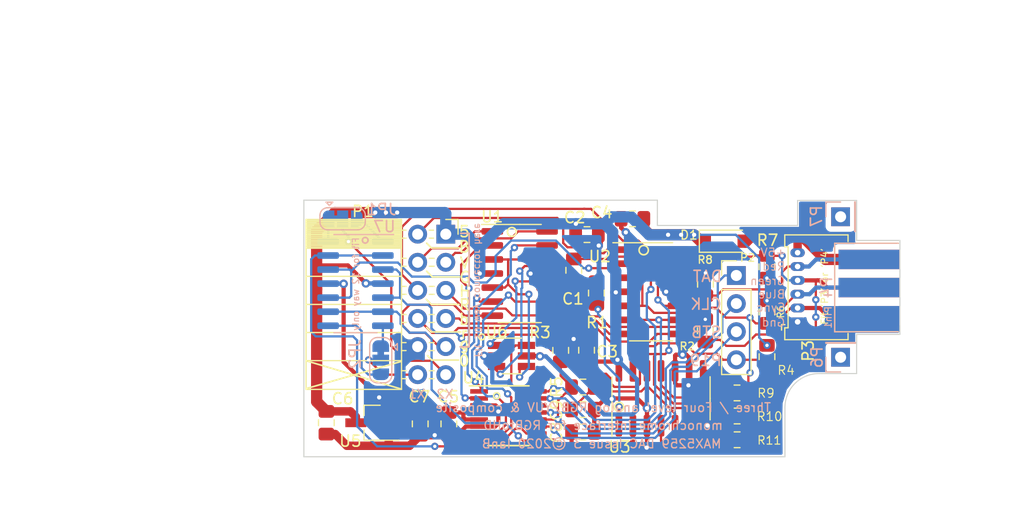
<source format=kicad_pcb>
(kicad_pcb (version 20221018) (generator pcbnew)
  (layers (0 "F.Cu" signal) (31 "B.Cu" signal) (34 "B.Paste" user) (35 "F.Paste" user) (36 "B.SilkS" user "B.Silkscreen") (37 "F.SilkS" user "F.Silkscreen") (38 "B.Mask" user) (39 "F.Mask" user) (44 "Edge.Cuts" user))
  (net 0 "")
  (net 1 "/GND")
  (net 2 "/SYNC")
  (net 3 "/BLUE")
  (net 4 "/GREEN")
  (net 5 "/RED")
  (net 6 "/BRED")
  (net 7 "/BGREEN")
  (net 8 "/BBLUE")
  (net 9 "/VSYNC")
  (net 10 "/VANALOG")
  (net 11 "/ASYNC")
  (net 12 "/ARED")
  (net 13 "/AGREEN")
  (net 14 "/ABLUE")
  (net 15 "Net-(P6-Pad1)")
  (net 16 "/REFSYNC")
  (net 17 "/GPIO22_STB")
  (net 18 "/GPIO0_DAT")
  (net 19 "/VCC")
  (net 20 "/GPIO1_CLK")
  (net 21 "/CLAMPLVL")
  (net 22 "/CGREEN")
  (net 23 "/CLAMP")
  (net 24 "/REFGYSYNC")
  (net 25 "/REFRBUVLO")
  (net 26 "/REFRBUVHI")
  (net 27 "/REFGYHI")
  (net 28 "/REFGYLO")
  (net 29 "Net-(U4-Pad14)")
  (net 30 "/VCC_IN")
  (net 31 "/SPARE")
  (net 32 "/TERM")
  (net 33 "/VCLAMP")
  (net 34 "/SGREEN")
  (net 35 "Net-(JP1-Pad3)")
  (net 36 "Net-(JP1-Pad1)")
  (net 37 "Net-(JP2-Pad1)")
  (net 38 "Net-(JP2-Pad3)")
  (net 39 "Net-(R9-Pad2)")
  (net 40 "Net-(R10-Pad2)")
  (net 41 "Net-(R11-Pad2)")
  (net 42 "Net-(P7-Pad1)")
  (net 43 "/X2")
  (net 44 "/X1")
  (footprint "Capacitor_SMD:C_0805_2012Metric_Pad1.15x1.40mm_HandSolder" (layer "F.Cu") (at 53.0792 44.86656 90)
    (fp_text reference "C3")
    (fp_text value "100n")
  )
  (footprint "Capacitor_SMD:C_0805_2012Metric_Pad1.15x1.40mm_HandSolder" (layer "F.Cu") (at 38.0424 51.52136 -90)
    (fp_text reference "C7")
    (fp_text value "10uF")
  )
  (footprint "Capacitor_SMD:C_0805_2012Metric_Pad1.15x1.40mm_HandSolder" (layer "F.Cu") (at 29.5588 51.41976 -90)
    (fp_text reference "C6")
    (fp_text value "10uF")
  )
  (footprint "Connector_PinHeader_2.54mm:PinHeader_1x04_P2.54mm_Vertical" (layer "F.Cu") (at 66.6174 38.11016)
    (fp_text reference "P2")
    (fp_text value "Conn_01x04")
  )
  (footprint "Capacitor_SMD:C_0805_2012Metric_Pad1.15x1.40mm_HandSolder" (layer "F.Cu") (at 57.22956 32.98444 180)
    (fp_text reference "C4")
    (fp_text value "100n")
  )
  (footprint "Package_TO_SOT_SMD:SOT-23_Handsoldering" (layer "F.Cu") (at 33.7244 51.41976 180)
    (fp_text reference "U5")
    (fp_text value "MCP1754S-3302xCB")
  )
  (footprint "Package_SO:SOIC-14_3.9x8.7mm_P1.27mm" (layer "F.Cu") (at 47.034 37.93236)
    (fp_text reference "U1")
    (fp_text value "MAX9144")
  )
  (footprint "Capacitor_SMD:C_0805_2012Metric_Pad1.15x1.40mm_HandSolder" (layer "F.Cu") (at 52.749 52.25796)
    (fp_text reference "C8")
    (fp_text value "10uF")
  )
  (footprint "Capacitor_SMD:C_0805_2012Metric_Pad1.15x1.40mm_HandSolder" (layer "F.Cu") (at 51.9235 37.64026 -90)
    (fp_text reference "C1")
    (fp_text value "100n")
  )
  (footprint "Capacitor_SMD:C_0805_2012Metric_Pad1.15x1.40mm_HandSolder" (layer "F.Cu") (at 40.6332 51.52136 -90)
    (fp_text reference "C5")
    (fp_text value "100n")
  )
  (footprint "Resistor_SMD:R_0805_2012Metric_Pad1.15x1.40mm_HandSolder" (layer "F.Cu") (at 69.386 45.45076 -90)
    (fp_text reference "R4")
    (fp_text value "1K")
  )
  (footprint "Resistor_SMD:R_0805_2012Metric_Pad1.15x1.40mm_HandSolder" (layer "F.Cu") (at 63.8107 43.10126 90)
    (fp_text reference "R2")
    (fp_text value "1K")
  )
  (footprint "Package_SO:SOIC-14_3.9x8.7mm_P1.27mm" (layer "F.Cu") (at 59.8102 49.20996 90)
    (fp_text reference "U3")
    (fp_text value "74LVC4066D")
  )
  (footprint "Package_SO:QSOP-16_3.9x4.9mm_P0.635mm" (layer "F.Cu") (at 46.018 50.81016)
    (fp_text reference "U4")
    (fp_text value "MAX5259EEE+")
  )
  (footprint "Capacitor_SMD:C_0805_2012Metric_Pad1.15x1.40mm_HandSolder" (layer "F.Cu") (at 53.1173 34.41446)
    (fp_text reference "C2")
    (fp_text value "100n")
  )
  (footprint "Resistor_SMD:R_0805_2012Metric_Pad1.15x1.40mm_HandSolder" (layer "F.Cu") (at 53.9682 39.69766 -90)
    (fp_text reference "R1")
    (fp_text value "470R")
  )
  (footprint "Package_SO:SOIC-14_3.9x8.7mm_P1.27mm" (layer "F.Cu") (at 58.9085 39.58336)
    (fp_text reference "U2")
    (fp_text value "MAX9144")
  )
  (footprint "Resistor_SMD:R_0805_2012Metric_Pad1.15x1.40mm_HandSolder" (layer "F.Cu") (at 69.386 41.41216 90)
    (fp_text reference "R6")
    (fp_text value "47K")
  )
  (footprint "Resistor_SMD:R_0805_2012Metric_Pad1.15x1.40mm_HandSolder" (layer "F.Cu") (at 69.3733 37.32276 -90)
    (fp_text reference "R7")
    (fp_text value "47K")
  )
  (footprint "Resistor_SMD:R_0805_2012Metric_Pad1.15x1.40mm_HandSolder" (layer "F.Cu") (at 63.8234 38.90126 90)
    (fp_text reference "R8")
    (fp_text value "47K")
  )
  (footprint "Capacitor_SMD:C_0805_2012Metric_Pad1.15x1.40mm_HandSolder" (layer "F.Cu") (at 52.749 50.22596)
    (fp_text reference "C9")
    (fp_text value "10uF")
  )
  (footprint "Resistor_SMD:R_0805_2012Metric_Pad1.15x1.40mm_HandSolder" (layer "F.Cu") (at 52.749 48.19396 180)
    (fp_text reference "R5")
    (fp_text value "10K")
  )
  (footprint "Resistor_SMD:R_0805_2012Metric_Pad1.15x1.40mm_HandSolder" (layer "F.Cu") (at 50.7424 44.87672 90)
    (fp_text reference "R3")
    (fp_text value "1K")
  )
  (footprint "Package_TO_SOT_SMD:SOT-23-6_Handsoldering" (layer "F.Cu") (at 46.2974 45.38218)
    (fp_text reference "U6")
    (fp_text value "TS5A3159ADBVR")
  )
  (footprint "Resistor_SMD:R_0805_2012Metric_Pad1.15x1.40mm_HandSolder" (layer "F.Cu") (at 66.67836 48.72482 180)
    (fp_text reference "R9")
    (fp_text value "75R")
  )
  (footprint "Resistor_SMD:R_0805_2012Metric_Pad1.15x1.40mm_HandSolder" (layer "F.Cu") (at 66.68852 50.81016 180)
    (fp_text reference "R10")
    (fp_text value "75R")
  )
  (footprint "Resistor_SMD:R_0805_2012Metric_Pad1.15x1.40mm_HandSolder" (layer "F.Cu") (at 66.68852 52.959 180)
    (fp_text reference "R11")
    (fp_text value "75R")
  )
  (footprint "Connector_PinSocket_2.54mm:PinSocket_2x06_P2.54mm_Horizontal" (layer "F.Cu") (at 40.3538 34.37636)
    (fp_text reference "P1")
    (fp_text value "Conn_02x06_Odd_Even")
  )
  (footprint "Diode_SMD:D_SOD-123" (layer "F.Cu") (at 65.5252 35.01136)
    (fp_text reference "D1")
    (fp_text value "D_Schottky")
  )
  (footprint "Connector_Molex:Molex_PicoBlade_53048-0610_1x06_P1.25mm_Horizontal_Custom2" (layer "F.Cu") (at 72.1546 42.30096 90)
    (fp_text reference "P3")
    (fp_text value "Conn_01x06")
  )
  (footprint "Connector_Harwin:Harwin_M20-89003xx_1x03_P2.54mm_Horizontal_Custom_EVEN2" (layer "F.Cu") (at 83.502 39.20096)
    (fp_text reference "P5" hide)
    (fp_text value "Conn_01x03_EVEN")
  )
  (footprint "Connector_PinHeader_2.54mm:PinHeader_1x01_P2.54mm_Vertical" (layer "B.Cu") (at 76.0408 45.50096)
    (fp_text reference "P6")
    (fp_text value "Conn_01x01")
  )
  (footprint "Package_SO:SOIC-14_3.9x8.7mm_P1.27mm" (layer "B.Cu") (at 32.19128 38.84422 180)
    (fp_text reference "U7")
    (fp_text value "MAX9144-Comparator")
  )
  (footprint "Jumper:SolderJumper-3_P1.3mm_Bridged12_RoundedPad1.0x1.5mm" (layer "B.Cu") (at 31.032 32.98444)
    (fp_text reference "JP1")
    (fp_text value "SolderJumper_3_Bridged12")
  )
  (footprint "Jumper:SolderJumper-3_P1.3mm_Bridged12_RoundedPad1.0x1.5mm" (layer "B.Cu") (at 34.47624 45.76572 -90)
    (fp_text reference "JP2")
    (fp_text value "SolderJumper_3_Bridged12")
  )
  (footprint "Connector_PinHeader_2.54mm:PinHeader_1x01_P2.54mm_Vertical" (layer "B.Cu") (at 76.0408 32.80156 -90)
    (fp_text reference "P7")
    (fp_text value "Conn_01x01")
  )
  (footprint "Connector_Harwin:Harwin_M20-89003xx_1x03_P2.54mm_Horizontal_Custom_ODD2" (layer "B.Cu") (at 83.502 39.20096)
    (fp_text reference "P4")
    (fp_text value "Conn_01x03_ODD")
  )
  (gr_line (start 41.6492 44.56176) (end 42.462 44.56176) (stroke (width 0.15)) (layer "B.SilkS"))
  (gr_circle (center 33.072414 34.92754) (end 32.826034 34.99612) (stroke (width 0.15)) (fill none) (layer "B.SilkS"))
  (gr_line (start 42.462 34.30016) (end 41.7 34.30016) (stroke (width 0.15)) (layer "B.SilkS"))
  (gr_line (start 42.462 44.56176) (end 42.462 34.30016) (stroke (width 0.15)) (layer "B.SilkS"))
  (gr_line (start 39.5664 40.72636) (end 41.5476 40.72636) (stroke (width 0.15)) (layer "F.SilkS"))
  (gr_line (start 39.6172 38.23716) (end 39.1346 38.23716) (stroke (width 0.15)) (layer "F.SilkS"))
  (gr_line (start 39.033 43.21556) (end 38.6266 42.80916) (stroke (width 0.15)) (layer "F.SilkS"))
  (gr_line (start 38.6266 35.18916) (end 39.0584 35.62096) (stroke (width 0.15)) (layer "F.SilkS"))
  (gr_circle (center 56.0129 49.9999) (end 56.4193 49.8983) (stroke (width 0.15)) (fill none) (layer "F.SilkS"))
  (gr_line (start 39.541 43.21556) (end 39.033 43.21556) (stroke (width 0.15)) (layer "F.SilkS"))
  (gr_line (start 39.541 43.21556) (end 41.7 43.21556) (stroke (width 0.15)) (layer "F.SilkS"))
  (gr_circle (center 58.24302 35.81908) (end 58.34462 36.22548) (stroke (width 0.15)) (fill none) (layer "F.SilkS"))
  (gr_line (start 39.0584 35.62096) (end 41.573 35.62096) (stroke (width 0.15)) (layer "F.SilkS"))
  (gr_circle (center 46.327591 34.17316) (end 46.657791 34.40176) (stroke (width 0.15)) (fill none) (layer "F.SilkS"))
  (gr_line (start 27.7808 48.32096) (end 36.3152 45.88256) (stroke (width 0.15)) (layer "F.SilkS"))
  (gr_line (start 39.6172 38.23716) (end 41.5984 38.23716) (stroke (width 0.15)) (layer "F.SilkS"))
  (gr_line (start 39.1346 38.23716) (end 38.6266 37.72916) (stroke (width 0.15)) (layer "F.SilkS"))
  (gr_circle (center 44.9512 48.98136) (end 45.2052 49.08296) (stroke (width 0.15)) (fill none) (layer "F.SilkS"))
  (gr_line (start 38.7028 45.34916) (end 39.0838 45.75556) (stroke (width 0.15)) (layer "F.SilkS"))
  (gr_circle (center 43.59992 43.659007) (end 43.73454 43.885067) (stroke (width 0.15)) (fill none) (layer "F.SilkS"))
  (gr_line (start 39.0584 40.72636) (end 38.6012 40.26916) (stroke (width 0.15)) (layer "F.SilkS"))
  (gr_line (start 39.0838 45.75556) (end 41.4968 45.75556) (stroke (width 0.15)) (layer "F.SilkS"))
  (gr_line (start 39.5664 40.72636) (end 39.0584 40.72636) (stroke (width 0.15)) (layer "F.SilkS"))
  (gr_line (start 27.7808 45.83176) (end 36.3152 48.37176) (stroke (width 0.15)) (layer "F.SilkS"))
  (gr_line (start 27.5268 31.30296) (end 59.48 31.30296) (stroke (width 0.1)) (layer "Edge.Cuts"))
  (gr_line (start 59.48 31.30296) (end 59.48 32.82696) (stroke (width 0.1)) (layer "Edge.Cuts"))
  (gr_line (start 59.48 33.58896) (end 59.48 32.82696) (stroke (width 0.1)) (layer "Edge.Cuts"))
  (gr_line (start 71.3672 33.58896) (end 59.48 33.58896) (stroke (width 0.1)) (layer "Edge.Cuts"))
  (gr_line (start 27.5268 54.49316) (end 71.0116 54.49316) (stroke (width 0.1)) (layer "Edge.Cuts"))
  (gr_line (start 71.0116 54.49316) (end 71.011181 50.987961) (stroke (width 0.1)) (layer "Edge.Cuts"))
  (gr_line (start 71.011181 50.04816) (end 71.011181 50.987961) (stroke (width 0.1)) (layer "Edge.Cuts"))
  (gr_line (start 77.4886 43.43654) (end 77.4886 46.97476) (stroke (width 0.1)) (layer "Edge.Cuts"))
  (gr_line (start 81.402 34.94024) (end 81.402 43.43654) (stroke (width 0.1)) (layer "Edge.Cuts"))
  (gr_line (start 77.4886 31.32836) (end 77.4886 34.94024) (stroke (width 0.1)) (layer "Edge.Cuts"))
  (gr_line (start 77.4886 34.94024) (end 81.402 34.94024) (stroke (width 0.1)) (layer "Edge.Cuts"))
  (gr_line (start 77.4886 43.43654) (end 81.402 43.43654) (stroke (width 0.1)) (layer "Edge.Cuts"))
  (gr_line (start 27.5268 31.30296) (end 27.5268 54.49316) (stroke (width 0.1)) (layer "Edge.Cuts"))
  (gr_line (start 74.135799 46.97476) (end 77.4886 46.97476) (stroke (width 0.1)) (layer "Edge.Cuts"))
  (gr_line (start 72.1546 31.32836) (end 77.4886 31.32836) (stroke (width 0.1)) (layer "Edge.Cuts"))
  (gr_line (start 71.3672 33.58896) (end 72.1546 33.58896) (stroke (width 0.1)) (layer "Edge.Cuts"))
  (gr_line (start 72.1546 33.58896) (end 72.1546 31.32836) (stroke (width 0.1)) (layer "Edge.Cuts"))
  (gr_arc (start 71.011181 50.04816) (mid 71.929516 47.856755) (end 74.135799 46.97476) (stroke (width 0.1)) (layer "Edge.Cuts"))
  (gr_text "Fit 10 way connector here" (at 43.2748 39.43096 270) (layer "B.SilkS") (effects (font (size 0.6 0.6) (thickness 0.1)) (justify mirror)))
  (gr_text "X1" (at 37.7376 48.82896) (layer "B.SilkS") (effects (font (size 0.8 0.8) (thickness 0.12)) (justify mirror)))
  (gr_text "Three / Four level analog RGB/YUV & composite" (at 54.5778 50.04816) (layer "B.SilkS") (effects (font (size 0.8 0.8) (thickness 0.12)) (justify mirror)))
  (gr_text "P19" (at 63.8488 45.78096) (layer "B.SilkS") (effects (font (size 1 1)) (justify mirror)))
  (gr_text "Red" (at 70.00068 37.2872) (layer "B.SilkS") (effects (font (size 0.75 0.75) (thickness 0.1)) (justify mirror)))
  (gr_text "MAX5259 DAC Issue 3 ©2020 IanB" (at 54.4381 53.32476) (layer "B.SilkS") (effects (font (size 0.8 0.8) (thickness 0.12)) (justify mirror)))
  (gr_text "monochrome interface for RGBtoHD" (at 54.5778 51.66106) (layer "B.SilkS") (effects (font (size 0.8 0.8) (thickness 0.12)) (justify mirror)))
  (gr_text "X2" (at 40.2776 48.82896) (layer "B.SilkS") (effects (font (size 0.8 0.8) (thickness 0.12)) (justify mirror)))
  (gr_text "+5V" (at 69.94734 36.03752) (layer "B.SilkS") (effects (font (size 0.75 0.75) (thickness 0.1)) (justify mirror)))
  (gr_text "Sync" (at 69.72128 41.01592) (layer "B.SilkS") (effects (font (size 0.75 0.75) (thickness 0.1)) (justify mirror)))
  (gr_text "Green" (at 69.44442 38.60038) (layer "B.SilkS") (effects (font (size 0.75 0.75) (thickness 0.1)) (justify mirror)))
  (gr_text "Gnd" (at 69.9702 42.34688) (layer "B.SilkS") (effects (font (size 0.75 0.75) (thickness 0.1)) (justify mirror)))
  (gr_text "Pin1" (at 74.92574 41.89476 90) (layer "B.SilkS") (effects (font (size 0.6 0.6) (thickness 0.1)) (justify mirror)))
  (gr_text "Fit for 12 way only" (at 32.22326 38.88486 90) (layer "B.SilkS") (effects (font (size 0.57 0.57) (thickness 0.1)) (justify mirror)))
  (gr_text "STB" (at 63.8996 43.24096) (layer "B.SilkS") (effects (font (size 1 1)) (justify mirror)))
  (gr_text "CLK" (at 63.8742 40.70096) (layer "B.SilkS") (effects (font (size 1 1)) (justify mirror)))
  (gr_text "DAT" (at 64.0012 38.18636) (layer "B.SilkS") (effects (font (size 1 1)) (justify mirror)))
  (gr_text "Blue" (at 69.79748 39.80688) (layer "B.SilkS") (effects (font (size 0.75 0.75) (thickness 0.1)) (justify mirror)))
  (gr_text "B" (at 42.0302 35.51936) (layer "F.SilkS") (effects (font (size 1 1))))
  (gr_text "V" (at 42.0556 36.99256) (layer "F.SilkS") (effects (font (size 1 1))))
  (gr_text "g" (at 42.0302 44.28236) (layer "F.SilkS") (effects (font (size 1 1))))
  (gr_text "b" (at 42.0048 42.07256) (layer "F.SilkS") (effects (font (size 1 1))))
  (gr_text "Fit 'P3' or 'P4'" (at 74.602 39.10096 90) (layer "F.SilkS") (effects (font (size 0.6 0.6) (thickness 0.1))))
  (gr_text "5" (at 42.0302 34.14776) (layer "F.SilkS") (effects (font (size 1 1))))
  (gr_text "H" (at 42.081 39.53256) (layer "F.SilkS") (effects (font (size 1 1))))
  (gr_text "G" (at 42.081 38.28796) (layer "F.SilkS") (effects (font (size 1 1))))
  (gr_text "r" (at 42.0048 43.34256) (layer "F.SilkS") (effects (font (size 1 1))))
  (gr_text "0" (at 42.0175 45.83176) (layer "F.SilkS") (effects (font (size 1 1))))
  (gr_text "R" (at 42.0556 40.77716) (layer "F.SilkS") (effects (font (size 1 1))))
  (segment (start 55.401409 49.222594) (end 55.350532 49.273471) (width 0.381) (layer "F.Cu") (net 1))
  (segment (start 61.0802 47.85106) (end 61.0802 46.73496) (width 0.381) (layer "F.Cu") (net 1))
  (segment (start 35.1976 53.50256) (end 35.1976 52.39656) (width 0.762) (layer "F.Cu") (net 1))
  (segment (start 56.20456 33.787938) (end 56.245463 33.828841) (width 0.381) (layer "F.Cu") (net 1))
  (segment (start 52.84806 43.85172) (end 52.85314 43.8568) (width 0.381) (layer "F.Cu") (net 1))
  (segment (start 44.8115 51.76266) (end 43.5161 51.76266) (width 0.381) (layer "F.Cu") (net 1))
  (segment (start 41.3862 52.54636) (end 40.6332 52.54636) (width 0.381) (layer "F.Cu") (net 1))
  (segment (start 45.1036 50.09896) (end 45.1036 50.40376) (width 0.381) (layer "F.Cu") (net 1))
  (segment (start 58.5402 50.09642) (end 58.5402 51.68496) (width 0.381) (layer "F.Cu") (net 1))
  (segment (start 31.4166 53.50256) (end 35.1976 53.50256) (width 0.762) (layer "F.Cu") (net 1))
  (segment (start 62.2867 48.03648) (end 61.26562 48.03648) (width 0.381) (layer "F.Cu") (net 1))
  (segment (start 45.1036 50.40376) (end 45.1036 51.47056) (width 0.381) (layer "F.Cu") (net 1))
  (segment (start 61.156387 45.272973) (end 61.754774 45.272973) (width 0.381) (layer "F.Cu") (net 1))
  (segment (start 30.3588 52.44476) (end 31.4166 53.50256) (width 0.762) (layer "F.Cu") (net 1))
  (segment (start 42.1699 51.76266) (end 41.3862 52.54636) (width 0.381) (layer "F.Cu") (net 1))
  (segment (start 39.3542 52.54636) (end 40.6332 52.54636) (width 0.762) (layer "F.Cu") (net 1))
  (segment (start 62.1163 39.58336) (end 61.3835 39.58336) (width 0.2032) (layer "F.Cu") (net 1))
  (segment (start 61.754774 45.272973) (end 61.614148 45.272973) (width 0.381) (layer "F.Cu") (net 1))
  (segment (start 53.06904 43.85172) (end 53.0792 43.84156) (width 0.381) (layer "F.Cu") (net 1))
  (segment (start 31.1209 38.86454) (end 31.1209 45.920662) (width 0.381) (layer "F.Cu") (net 1))
  (segment (start 37.0862 53.50256) (end 38.0424 52.54636) (width 0.762) (layer "F.Cu") (net 1))
  (segment (start 54.726489 49.273471) (end 54.811717 49.273471) (width 0.381) (layer "F.Cu") (net 1))
  (segment (start 61.899124 39.578284) (end 60.808752 39.578284) (width 0.2032) (layer "F.Cu") (net 1))
  (segment (start 62.096213 45.272973) (end 62.3502 45.52696) (width 0.381) (layer "F.Cu") (net 1))
  (segment (start 54.1804 35.408758) (end 54.1804 34.45256) (width 0.762) (layer "F.Cu") (net 1))
  (segment (start 63.6202 51.68496) (end 64.0124 51.68496) (width 0.381) (layer "F.Cu") (net 1))
  (segment (start 62.3502 45.52696) (end 62.3502 46.73496) (width 0.381) (layer "F.Cu") (net 1))
  (segment (start 61.754774 45.272973) (end 62.096213 45.272973) (width 0.381) (layer "F.Cu") (net 1))
  (segment (start 50.7424 43.85172) (end 53.06904 43.85172) (width 0.381) (layer "F.Cu") (net 1))
  (segment (start 44.93978 45.37456) (end 44.369875 45.37456) (width 0.381) (layer "F.Cu") (net 1))
  (segment (start 49.509 37.93236) (end 48.023453 37.93236) (width 0.381) (layer "F.Cu") (net 1))
  (segment (start 56.245463 33.828841) (end 56.626462 34.20984) (width 0.381) (layer "F.Cu") (net 1))
  (segment (start 61.0802 45.34916) (end 61.156387 45.272973) (width 0.381) (layer "F.Cu") (net 1))
  (segment (start 43.3637 51.76266) (end 42.1699 51.76266) (width 0.381) (layer "F.Cu") (net 1))
  (segment (start 60.808752 39.578284) (end 60.269937 39.578284) (width 0.2032) (layer "F.Cu") (net 1))
  (segment (start 35.1976 52.39656) (end 35.2244 52.36976) (width 0.762) (layer "F.Cu") (net 1))
  (segment (start 33.950459 48.750221) (end 34.331458 49.13122) (width 0.381) (layer "F.Cu") (net 1))
  (segment (start 43.5161 49.85766) (end 44.8623 49.85766) (width 0.381) (layer "F.Cu") (net 1))
  (segment (start 62.3502 46.73496) (end 62.3502 47.38116) (width 0.2032) (layer "F.Cu") (net 1))
  (segment (start 53.774 50.22596) (end 54.726489 49.273471) (width 0.381) (layer "F.Cu") (net 1))
  (segment (start 35.1976 53.50256) (end 37.0862 53.50256) (width 0.762) (layer "F.Cu") (net 1))
  (segment (start 54.811717 49.273471) (end 55.350532 49.273471) (width 0.381) (layer "F.Cu") (net 1))
  (segment (start 56.20456 32.98444) (end 56.20456 33.787938) (width 0.381) (layer "F.Cu") (net 1))
  (segment (start 53.774 52.25796) (end 53.774 50.22596) (width 0.381) (layer "F.Cu") (net 1))
  (segment (start 44.9474 45.38218) (end 44.93978 45.37456) (width 0.381) (layer "F.Cu") (net 1))
  (segment (start 58.5402 51.68496) (end 58.5402 53.644854) (width 0.381) (layer "F.Cu") (net 1))
  (segment (start 45.1036 51.47056) (end 44.8115 51.76266) (width 0.381) (layer "F.Cu") (net 1))
  (segment (start 48.023453 37.93236) (end 48.01699 37.938823) (width 0.381) (layer "F.Cu") (net 1))
  (segment (start 38.0424 52.54636) (end 39.3542 52.54636) (width 0.762) (layer "F.Cu") (net 1))
  (segment (start 29.5588 52.44476) (end 30.3588 52.44476) (width 0.762) (layer "F.Cu") (net 1))
  (segment (start 62.2867 48.03648) (end 62.2867 46.79846) (width 0.381) (layer "F.Cu") (net 1))
  (segment (start 54.1804 34.45256) (end 54.1423 34.41446) (width 0.762) (layer "F.Cu") (net 1))
  (segment (start 31.1209 45.920662) (end 33.950459 48.750221) (width 0.381) (layer "F.Cu") (net 1))
  (segment (start 61.26562 48.03648) (end 61.0802 47.85106) (width 0.381) (layer "F.Cu") (net 1))
  (segment (start 62.2867 46.79846) (end 62.3502 46.73496) (width 0.381) (layer "F.Cu") (net 1))
  (segment (start 58.5402 50.09642) (end 57.666374 49.222594) (width 0.381) (layer "F.Cu") (net 1))
  (segment (start 58.5402 53.644854) (end 58.5148 53.670254) (width 0.381) (layer "F.Cu") (net 1))
  (segment (start 57.666374 49.222594) (end 55.401409 49.222594) (width 0.381) (layer "F.Cu") (net 1))
  (segment (start 63.8234 37.87626) (end 62.1163 39.58336) (width 0.2032) (layer "F.Cu") (net 1))
  (segment (start 61.0802 46.73496) (end 61.0802 45.34916) (width 0.381) (layer "F.Cu") (net 1))
  (segment (start 44.8623 49.85766) (end 45.1036 50.09896) (width 0.381) (layer "F.Cu") (net 1))
  (segment (start 44.369875 45.37456) (end 43.83106 45.37456) (width 0.381) (layer "F.Cu") (net 1))
  (segment (start 61.9042 39.58336) (end 61.899124 39.578284) (width 0.2032) (layer "F.Cu") (net 1))
  (segment (start 62.3502 47.38116) (end 62.3248 47.40656) (width 0.2032) (layer "F.Cu") (net 1))
  (via (at 43.83106 45.37456) (size 0.762) (drill 0.381) (layers "F.Cu" "B.Cu") (net 1))
  (via (at 63.8107 42.07626) (size 0.6604) (drill 0.3048) (layers "F.Cu" "B.Cu") (net 1))
  (via (at 62.2867 48.03648) (size 0.762) (drill 0.381) (layers "F.Cu" "B.Cu") (net 1))
  (via (at 69.3733 38.34776) (size 0.6604) (drill 0.3048) (layers "F.Cu" "B.Cu") (net 1))
  (via (at 63.8234 37.87626) (size 0.6604) (drill 0.3048) (layers "F.Cu" "B.Cu") (net 1))
  (via (at 51.9108 43.85056) (size 0.762) (drill 0.381) (layers "F.Cu" "B.Cu") (net 1))
  (via (at 61.754774 45.272973) (size 0.762) (drill 0.381) (layers "F.Cu" "B.Cu") (net 1))
  (via (at 31.1209 38.86454) (size 0.762) (drill 0.381) (layers "F.Cu" "B.Cu") (net 1))
  (via (at 45.1036 50.40376) (size 0.762) (drill 0.381) (layers "F.Cu" "B.Cu") (net 1))
  (via (at 58.5148 53.670254) (size 0.762) (drill 0.381) (layers "F.Cu" "B.Cu") (net 1))
  (via (at 69.386 40.38716) (size 0.6604) (drill 0.3048) (layers "F.Cu" "B.Cu") (net 1))
  (via (at 56.626462 34.20984) (size 0.762) (drill 0.381) (layers "F.Cu" "B.Cu") (net 1))
  (via (at 55.350532 49.273471) (size 0.762) (drill 0.381) (layers "F.Cu" "B.Cu") (net 1))
  (via (at 64.0124 51.68496) (size 0.762) (drill 0.381) (layers "F.Cu" "B.Cu") (net 1))
  (via (at 48.01699 37.938823) (size 0.762) (drill 0.381) (layers "F.Cu" "B.Cu") (net 1))
  (via (at 39.3542 52.54636) (size 0.762) (drill 0.381) (layers "F.Cu" "B.Cu") (net 1))
  (via (at 34.331458 49.13122) (size 0.762) (drill 0.381) (layers "F.Cu" "B.Cu") (net 1))
  (via (at 54.1804 35.408758) (size 0.762) (drill 0.381) (layers "F.Cu" "B.Cu") (net 1))
  (via (at 58.5402 50.09642) (size 0.762) (drill 0.381) (layers "F.Cu" "B.Cu") (net 1))
  (via (at 60.269937 39.578284) (size 0.762) (drill 0.381) (layers "F.Cu" "B.Cu") (net 1))
  (segment (start 61.754774 41.063121) (end 61.754774 42.058386) (width 0.381) (layer "B.Cu") (net 1))
  (segment (start 57.689299 41.845942) (end 58.5402 42.696843) (width 0.381) (layer "B.Cu") (net 1))
  (segment (start 48.657006 53.670254) (end 58.5148 53.670254) (width 1.016) (layer "B.Cu") (net 1))
  (segment (start 61.893 48.43018) (end 61.905701 48.417479) (width 0.381) (layer "B.Cu") (net 1))
  (segment (start 64.0124 51.68496) (end 67.09215 48.60521) (width 0.381) (layer "B.Cu") (net 1))
  (segment (start 35.93906 49.13122) (end 34.583255 49.13122) (width 0.381) (layer "B.Cu") (net 1))
  (segment (start 51.9108 45.833739) (end 54.969533 48.892472) (width 0.381) (layer "B.Cu") (net 1))
  (segment (start 59.49778 38.4683) (end 59.49778 37.081158) (width 0.381) (layer "B.Cu") (net 1))
  (segment (start 58.5148 53.670254) (end 62.027106 53.670254) (width 1.016) (layer "B.Cu") (net 1))
  (segment (start 54.1804 38.76156) (end 53.09444 39.84752) (width 0.381) (layer "B.Cu") (net 1))
  (segment (start 59.49778 37.081158) (end 57.007461 34.590839) (width 0.381) (layer "B.Cu") (net 1))
  (segment (start 37.89 44.61256) (end 37.8138 44.53636) (width 0.381) (layer "B.Cu") (net 1))
  (segment (start 39.3542 52.54636) (end 35.93906 49.13122) (width 0.381) (layer "B.Cu") (net 1))
  (segment (start 51.9108 39.71544) (end 50.134183 37.938823) (width 0.381) (layer "B.Cu") (net 1))
  (segment (start 46.985794 53.657554) (end 42.210594 53.657554) (width 1.016) (layer "B.Cu") (net 1))
  (segment (start 72.1546 43.45686) (end 75.0111 43.45686) (width 0.381) (layer "B.Cu") (net 1))
  (segment (start 75.0111 43.45686) (end 76.727 41.74096) (width 0.381) (layer "B.Cu") (net 1))
  (segment (start 59.49778 38.806127) (end 60.269937 39.578284) (width 0.381) (layer "B.Cu") (net 1))
  (segment (start 72.1546 43.45686) (end 72.1546 42.30096) (width 0.381) (layer "B.Cu") (net 1))
  (segment (start 39.3542 52.54636) (end 41.0994 52.54636) (width 0.762) (layer "B.Cu") (net 1))
  (segment (start 68.18735 48.60521) (end 68.18735 48.59251) (width 0.381) (layer "B.Cu") (net 1))
  (segment (start 41.0994 52.54636) (end 42.210594 53.657554) (width 0.762) (layer "B.Cu") (net 1))
  (segment (start 58.5402 42.696843) (end 58.5402 49.557605) (width 0.381) (layer "B.Cu") (net 1))
  (segment (start 54.969533 48.892472) (end 55.350532 49.273471) (width 0.381) (layer "B.Cu") (net 1))
  (segment (start 70.3422 40.38716) (end 69.386 40.38716) (width 0.381) (layer "B.Cu") (net 1))
  (segment (start 35.93906 49.13122) (end 34.331458 49.13122) (width 1.016) (layer "B.Cu") (net 1))
  (segment (start 57.689299 38.943787) (end 57.689299 41.845942) (width 0.381) (layer "B.Cu") (net 1))
  (segment (start 76.727 41.74096) (end 78.602 41.74096) (width 0.381) (layer "B.Cu") (net 1))
  (segment (start 48.644306 53.657554) (end 46.985794 53.657554) (width 1.016) (layer "B.Cu") (net 1))
  (segment (start 70.7576 41.84396) (end 71.2146 42.30096) (width 0.381) (layer "B.Cu") (net 1))
  (segment (start 61.971961 37.87626) (end 60.269937 39.578284) (width 0.381) (layer "B.Cu") (net 1))
  (segment (start 61.754774 42.058386) (end 61.754774 44.734158) (width 0.381) (layer "B.Cu") (net 1))
  (segment (start 61.893 51.67376) (end 61.8818 51.68496) (width 0.381) (layer "B.Cu") (net 1))
  (segment (start 36.2136 46.13656) (end 36.2136 48.85668) (width 1.016) (layer "B.Cu") (net 1))
  (segment (start 58.5402 49.557605) (end 58.5402 50.09642) (width 0.381) (layer "B.Cu") (net 1))
  (segment (start 61.905701 48.417479) (end 62.2867 48.03648) (width 0.381) (layer "B.Cu") (net 1))
  (segment (start 69.386 38.36046) (end 69.3733 38.34776) (width 0.381) (layer "B.Cu") (net 1))
  (segment (start 50.134183 37.938823) (end 48.01699 37.938823) (width 0.381) (layer "B.Cu") (net 1))
  (segment (start 71.2146 42.30096) (end 72.1546 42.30096) (width 0.381) (layer "B.Cu") (net 1))
  (segment (start 54.1804 35.408758) (end 54.1804 38.76156) (width 0.381) (layer "B.Cu") (net 1))
  (segment (start 53.09444 39.84752) (end 52.04288 39.84752) (width 0.381) (layer "B.Cu") (net 1))
  (segment (start 63.473585 51.68496) (end 64.0124 51.68496) (width 0.381) (layer "B.Cu") (net 1))
  (segment (start 68.18735 48.59251) (end 72.1546 44.62526) (width 0.381) (layer "B.Cu") (net 1))
  (segment (start 61.893 51.67376) (end 61.893 48.43018) (width 0.381) (layer "B.Cu") (net 1))
  (segment (start 57.007461 34.590839) (end 56.626462 34.20984) (width 0.381) (layer "B.Cu") (net 1))
  (segment (start 52.04288 39.84752) (end 51.9108 39.71544) (width 0.381) (layer "B.Cu") (net 1))
  (segment (start 62.027106 53.670254) (end 64.0124 51.68496) (width 1.016) (layer "B.Cu") (net 1))
  (segment (start 44.557523 46.101023) (end 43.83106 45.37456) (width 0.381) (layer "B.Cu") (net 1))
  (segment (start 31.10058 38.84422) (end 31.1209 38.86454) (width 0.381) (layer "B.Cu") (net 1))
  (segment (start 63.8234 37.87626) (end 61.971961 37.87626) (width 0.381) (layer "B.Cu") (net 1))
  (segment (start 69.386 40.38716) (end 69.386 38.36046) (width 0.381) (layer "B.Cu") (net 1))
  (segment (start 70.7576 40.80256) (end 70.3422 40.38716) (width 0.381) (layer "B.Cu") (net 1))
  (segment (start 37.8138 44.53636) (end 36.2136 46.13656) (width 1.016) (layer "B.Cu") (net 1))
  (segment (start 37.8138 44.53636) (end 37.8138 44.536362) (width 1.016) (layer "B.Cu") (net 1))
  (segment (start 59.49778 38.4683) (end 59.49778 38.806127) (width 0.381) (layer "B.Cu") (net 1))
  (segment (start 45.983986 47.773289) (end 44.557523 47.773289) (width 0.381) (layer "B.Cu") (net 1))
  (segment (start 60.269937 39.578284) (end 61.754774 41.063121) (width 0.381) (layer "B.Cu") (net 1))
  (segment (start 61.754774 44.734158) (end 61.754774 45.272973) (width 0.381) (layer "B.Cu") (net 1))
  (segment (start 70.7576 40.80256) (end 70.7576 41.84396) (width 0.381) (layer "B.Cu") (net 1))
  (segment (start 29.71628 38.84422) (end 31.10058 38.84422) (width 0.381) (layer "B.Cu") (net 1))
  (segment (start 61.754774 42.058386) (end 63.792826 42.058386) (width 0.381) (layer "B.Cu") (net 1))
  (segment (start 45.1036 50.40376) (end 46.784574 50.40376) (width 0.381) (layer "B.Cu") (net 1))
  (segment (start 48.644306 53.657554) (end 48.657006 53.670254) (width 1.016) (layer "B.Cu") (net 1))
  (segment (start 51.9108 43.85056) (end 51.9108 39.71544) (width 0.381) (layer "B.Cu") (net 1))
  (segment (start 63.792826 42.058386) (end 63.8107 42.07626) (width 0.381) (layer "B.Cu") (net 1))
  (segment (start 61.9042 51.68496) (end 63.473585 51.68496) (width 0.381) (layer "B.Cu") (net 1))
  (segment (start 58.164786 38.4683) (end 57.689299 38.943787) (width 0.381) (layer "B.Cu") (net 1))
  (segment (start 36.2136 48.85668) (end 35.93906 49.13122) (width 1.016) (layer "B.Cu") (net 1))
  (segment (start 44.557523 47.773289) (end 44.557523 46.101023) (width 0.381) (layer "B.Cu") (net 1))
  (segment (start 46.784574 48.573877) (end 45.983986 47.773289) (width 0.381) (layer "B.Cu") (net 1))
  (segment (start 48.644306 52.263492) (end 48.644306 53.657554) (width 0.381) (layer "B.Cu") (net 1))
  (segment (start 46.784574 50.40376) (end 48.644306 52.263492) (width 0.381) (layer "B.Cu") (net 1))
  (segment (start 64.184 51.68496) (end 64.0124 51.68496) (width 0.381) (layer "B.Cu") (net 1))
  (segment (start 67.09215 48.60521) (end 68.18735 48.60521) (width 0.381) (layer "B.Cu") (net 1))
  (segment (start 61.893 51.67376) (end 61.9042 51.68496) (width 0.381) (layer "B.Cu") (net 1))
  (segment (start 51.9108 43.85056) (end 51.9108 45.833739) (width 0.381) (layer "B.Cu") (net 1))
  (segment (start 46.784574 50.40376) (end 46.784574 48.573877) (width 0.381) (layer "B.Cu") (net 1))
  (segment (start 59.49778 38.4683) (end 58.164786 38.4683) (width 0.381) (layer "B.Cu") (net 1))
  (segment (start 72.1546 44.62526) (end 72.1546 43.45686) (width 0.381) (layer "B.Cu") (net 1))
  (segment (start 49.4836 41.71696) (end 46.37106 41.71696) (width 0.2032) (layer "F.Cu") (net 2))
  (segment (start 42.00226 41.10482) (end 40.3538 39.45636) (width 0.2032) (layer "F.Cu") (net 2))
  (segment (start 45.75892 41.10482) (end 42.00226 41.10482) (width 0.2032) (layer "F.Cu") (net 2))
  (segment (start 46.37106 41.71696) (end 45.75892 41.10482) (width 0.2032) (layer "F.Cu") (net 2))
  (segment (start 49.509 41.74236) (end 49.4836 41.71696) (width 0.2032) (layer "F.Cu") (net 2))
  (segment (start 50.42998 32.91078) (end 39.27938 32.91078) (width 0.2032) (layer "F.Cu") (net 3))
  (segment (start 39.27938 32.91078) (end 37.8138 34.37636) (width 0.2032) (layer "F.Cu") (net 3))
  (segment (start 52.9268 35.56) (end 51.35454 35.56) (width 0.2032) (layer "F.Cu") (net 3))
  (segment (start 51.35454 35.56) (end 50.96846 35.17392) (width 0.2032) (layer "F.Cu") (net 3))
  (segment (start 50.96846 33.44926) (end 50.42998 32.91078) (width 0.2032) (layer "F.Cu") (net 3))
  (segment (start 56.9542 35.77336) (end 54.9588 35.77336) (width 0.2032) (layer "F.Cu") (net 3))
  (segment (start 54.637601 36.094559) (end 53.461359 36.094559) (width 0.2032) (layer "F.Cu") (net 3))
  (segment (start 50.96846 35.17392) (end 50.96846 33.44926) (width 0.2032) (layer "F.Cu") (net 3))
  (segment (start 53.461359 36.094559) (end 52.9268 35.56) (width 0.2032) (layer "F.Cu") (net 3))
  (segment (start 54.9588 35.77336) (end 54.637601 36.094559) (width 0.2032) (layer "F.Cu") (net 3))
  (segment (start 43.484 34.12236) (end 44.559 34.12236) (width 0.2032) (layer "F.Cu") (net 4))
  (segment (start 42.9954 34.12236) (end 43.484 34.12236) (width 0.2032) (layer "F.Cu") (net 4))
  (segment (start 41.4714 35.64636) (end 42.9954 34.12236) (width 0.2032) (layer "F.Cu") (net 4))
  (segment (start 37.8138 36.91636) (end 39.0838 35.64636) (width 0.2032) (layer "F.Cu") (net 4))
  (segment (start 39.0838 35.64636) (end 41.4714 35.64636) (width 0.2032) (layer "F.Cu") (net 4))
  (segment (start 61.3835 35.77336) (end 58.5724 35.77336) (width 0.2032) (layer "F.Cu") (net 5))
  (segment (start 53.48306 32.09036) (end 52.84298 32.09036) (width 0.2032) (layer "F.Cu") (net 5))
  (segment (start 38.017 32.09036) (end 52.84298 32.09036) (width 0.2032) (layer "F.Cu") (net 5))
  (segment (start 57.75706 34.95802) (end 56.35072 34.95802) (width 0.2032) (layer "F.Cu") (net 5))
  (segment (start 37.8138 39.45636) (end 36.3914 38.03396) (width 0.2032) (layer "F.Cu") (net 5))
  (segment (start 52.84298 32.09036) (end 52.93188 32.09036) (width 0.2032) (layer "F.Cu") (net 5))
  (segment (start 36.3914 38.03396) (end 36.3914 33.71596) (width 0.2032) (layer "F.Cu") (net 5))
  (segment (start 36.3914 33.71596) (end 38.017 32.09036) (width 0.2032) (layer "F.Cu") (net 5))
  (segment (start 58.5724 35.77336) (end 57.75706 34.95802) (width 0.2032) (layer "F.Cu") (net 5))
  (segment (start 56.35072 34.95802) (end 53.48306 32.09036) (width 0.2032) (layer "F.Cu") (net 5))
  (segment (start 51.572331 42.616769) (end 51.32914 42.85996) (width 0.2032) (layer "F.Cu") (net 6))
  (segment (start 41.0396 43.29938) (end 39.11682 43.29938) (width 0.2032) (layer "F.Cu") (net 6))
  (segment (start 39.11682 43.29938) (end 38.663799 42.846359) (width 0.2032) (layer "F.Cu") (net 6))
  (segment (start 59.4673 43.39336) (end 58.776431 44.084229) (width 0.2032) (layer "F.Cu") (net 6))
  (segment (start 53.750409 42.616769) (end 51.572331 42.616769) (width 0.2032) (layer "F.Cu") (net 6))
  (segment (start 55.217869 44.084229) (end 53.750409 42.616769) (width 0.2032) (layer "F.Cu") (net 6))
  (segment (start 41.47902 42.85996) (end 41.0396 43.29938) (width 0.2032) (layer "F.Cu") (net 6))
  (segment (start 58.776431 44.084229) (end 55.217869 44.084229) (width 0.2032) (layer "F.Cu") (net 6))
  (segment (start 61.3835 43.39336) (end 59.4673 43.39336) (width 0.2032) (layer "F.Cu") (net 6))
  (segment (start 38.663799 42.846359) (end 37.8138 41.99636) (width 0.2032) (layer "F.Cu") (net 6))
  (segment (start 51.32914 42.85996) (end 41.47902 42.85996) (width 0.2032) (layer "F.Cu") (net 6))
  (segment (start 39.7315 44.53636) (end 38.4869 43.29176) (width 0.2032) (layer "F.Cu") (net 7))
  (segment (start 41.076075 40.753385) (end 42.06505 41.74236) (width 0.2032) (layer "F.Cu") (net 7))
  (segment (start 43.484 41.74236) (end 44.559 41.74236) (width 0.2032) (layer "F.Cu") (net 7))
  (segment (start 36.4422 42.63136) (end 36.4422 41.41216) (width 0.2032) (layer "F.Cu") (net 7))
  (segment (start 38.4869 43.29176) (end 37.1026 43.29176) (width 0.2032) (layer "F.Cu") (net 7))
  (segment (start 37.100975 40.753385) (end 41.076075 40.753385) (width 0.2032) (layer "F.Cu") (net 7))
  (segment (start 37.1026 43.29176) (end 36.4422 42.63136) (width 0.2032) (layer "F.Cu") (net 7))
  (segment (start 36.4422 41.41216) (end 37.100975 40.753385) (width 0.2032) (layer "F.Cu") (net 7))
  (segment (start 42.06505 41.74236) (end 43.484 41.74236) (width 0.2032) (layer "F.Cu") (net 7))
  (segment (start 40.3538 44.53636) (end 39.7315 44.53636) (width 0.2032) (layer "F.Cu") (net 7))
  (segment (start 51.22434 42.210358) (end 50.981149 42.453549) (width 0.2032) (layer "F.Cu") (net 8))
  (segment (start 53.966298 42.210358) (end 51.22434 42.210358) (width 0.2032) (layer "F.Cu") (net 8))
  (segment (start 42.01307 42.453549) (end 41.555881 41.99636) (width 0.2032) (layer "F.Cu") (net 8))
  (segment (start 56.4335 43.39336) (end 55.1493 43.39336) (width 0.2032) (layer "F.Cu") (net 8))
  (segment (start 55.8792 43.39336) (end 56.9542 43.39336) (width 0.2032) (layer "F.Cu") (net 8))
  (segment (start 50.981149 42.453549) (end 42.01307 42.453549) (width 0.2032) (layer "F.Cu") (net 8))
  (segment (start 55.1493 43.39336) (end 53.966298 42.210358) (width 0.2032) (layer "F.Cu") (net 8))
  (segment (start 55.7776 43.39336) (end 56.8526 43.39336) (width 0.2032) (layer "F.Cu") (net 8))
  (segment (start 41.555881 41.99636) (end 40.3538 41.99636) (width 0.2032) (layer "F.Cu") (net 8))
  (segment (start 41.739739 36.066361) (end 41.203799 36.066361) (width 0.2032) (layer "F.Cu") (net 9))
  (segment (start 41.203799 36.066361) (end 40.3538 36.91636) (width 0.2032) (layer "F.Cu") (net 9))
  (segment (start 49.509 34.12236) (end 46.90192 34.12236) (width 0.2032) (layer "F.Cu") (net 9))
  (segment (start 43.05128 34.75482) (end 41.739739 36.066361) (width 0.2032) (layer "F.Cu") (net 9))
  (segment (start 46.26946 34.75482) (end 43.05128 34.75482) (width 0.2032) (layer "F.Cu") (net 9))
  (segment (start 40.3538 36.91636) (end 41.08095 36.91636) (width 0.2032) (layer "F.Cu") (net 9))
  (segment (start 46.90192 34.12236) (end 46.26946 34.75482) (width 0.2032) (layer "F.Cu") (net 9))
  (segment (start 43.36 50.49636) (end 43.3637 50.49266) (width 0.381) (layer "F.Cu") (net 10))
  (segment (start 42.1191 51.12766) (end 43.3637 51.12766) (width 0.381) (layer "F.Cu") (net 10))
  (segment (start 41.945 50.49636) (end 43.36 50.49636) (width 0.381) (layer "F.Cu") (net 10))
  (segment (start 40.6066 50.46976) (end 40.6332 50.49636) (width 0.762) (layer "F.Cu") (net 10))
  (segment (start 41.945 50.95356) (end 42.1191 51.12766) (width 0.381) (layer "F.Cu") (net 10))
  (segment (start 40.6332 50.49636) (end 41.945 50.49636) (width 0.381) (layer "F.Cu") (net 10))
  (segment (start 35.2244 50.46976) (end 40.6066 50.46976) (width 0.762) (layer "F.Cu") (net 10))
  (segment (start 41.945 50.49636) (end 41.945 50.95356) (width 0.381) (layer "F.Cu") (net 10))
  (segment (start 67.3667 44.47286) (end 68.3954 43.44416) (width 0.2032) (layer "F.Cu") (net 11))
  (segment (start 74.842 41.74096) (end 74.152 41.05096) (width 0.381) (layer "F.Cu") (net 11))
  (segment (start 62.6206 42.75836) (end 63.798 43.93576) (width 0.2032) (layer "F.Cu") (net 11))
  (segment (start 65.1659 43.93576) (end 65.703 44.47286) (width 0.2032) (layer "F.Cu") (net 11))
  (segment (start 65.703 44.47286) (end 67.3667 44.47286) (width 0.2032) (layer "F.Cu") (net 11))
  (segment (start 68.3954 43.44416) (end 70.34104 43.44416) (width 0.2032) (layer "F.Cu") (net 11))
  (segment (start 74.152 41.05096) (end 72.1546 41.05096) (width 0.381) (layer "F.Cu") (net 11))
  (segment (start 55.1747 42.75836) (end 62.6206 42.75836) (width 0.2032) (layer "F.Cu") (net 11))
  (segment (start 72.1546 40.84796) (end 72.4046 40.84796) (width 0.381) (layer "F.Cu") (net 11))
  (segment (start 50.584 39.20236) (end 53.185587 41.803947) (width 0.2032) (layer "F.Cu") (net 11))
  (segment (start 70.34104 43.44416) (end 70.74744 43.03776) (width 0.2032) (layer "F.Cu") (net 11))
  (segment (start 78.602 41.74096) (end 74.842 41.74096) (width 0.381) (layer "F.Cu") (net 11))
  (segment (start 63.798 43.93576) (end 65.1659 43.93576) (width 0.2032) (layer "F.Cu") (net 11))
  (segment (start 70.74744 43.03776) (end 70.74744 41.8338) (width 0.2032) (layer "F.Cu") (net 11))
  (segment (start 53.185587 41.803947) (end 54.220287 41.803947) (width 0.2032) (layer "F.Cu") (net 11))
  (segment (start 71.53028 41.05096) (end 72.1546 41.05096) (width 0.2032) (layer "F.Cu") (net 11))
  (segment (start 54.220287 41.803947) (end 55.1747 42.75836) (width 0.2032) (layer "F.Cu") (net 11))
  (segment (start 70.74744 41.8338) (end 71.53028 41.05096) (width 0.2032) (layer "F.Cu") (net 11))
  (segment (start 49.509 39.20236) (end 50.584 39.20236) (width 0.2032) (layer "F.Cu") (net 11))
  (segment (start 63.39309 49.68389) (end 64.70478 50.99558) (width 0.2032) (layer "F.Cu") (net 12))
  (segment (start 51.9108 46.64456) (end 52.2664 47.00016) (width 0.2032) (layer "F.Cu") (net 12))
  (segment (start 59.17774 47.98822) (end 59.22275 47.98822) (width 0.2032) (layer "F.Cu") (net 12))
  (segment (start 59.22275 47.98822) (end 60.91842 49.68389) (width 0.2032) (layer "F.Cu") (net 12))
  (segment (start 64.70478 51.6001) (end 64.99283 51.88815) (width 0.2032) (layer "F.Cu") (net 12))
  (segment (start 55.23801 47.387148) (end 55.23801 47.829393) (width 0.2032) (layer "F.Cu") (net 12))
  (segment (start 63.5059 39.92626) (end 62.5788 40.85336) (width 0.2032) (layer "F.Cu") (net 12))
  (segment (start 51.9108 45.12056) (end 51.9108 46.64456) (width 0.2032) (layer "F.Cu") (net 12))
  (segment (start 55.23801 47.829393) (end 55.589876 48.181259) (width 0.2032) (layer "F.Cu") (net 12))
  (segment (start 59.530809 39.852996) (end 59.530809 40.319969) (width 0.2032) (layer "F.Cu") (net 12))
  (segment (start 64.70478 50.99558) (end 64.70478 51.6001) (width 0.2032) (layer "F.Cu") (net 12))
  (segment (start 63.8234 39.92626) (end 63.5059 39.92626) (width 0.2032) (layer "F.Cu") (net 12))
  (segment (start 42.102576 43.465765) (end 48.490705 43.465765) (width 0.2032) (layer "F.Cu") (net 12))
  (segment (start 55.589876 48.181259) (end 57.628341 48.181259) (width 0.2032) (layer "F.Cu") (net 12))
  (segment (start 48.490705 43.465765) (end 49.8915 44.86656) (width 0.2032) (layer "F.Cu") (net 12))
  (segment (start 54.851022 47.00016) (end 55.23801 47.387148) (width 0.2032) (layer "F.Cu") (net 12))
  (segment (start 64.8648 39.92626) (end 65.4236 39.36746) (width 0.2032) (layer "F.Cu") (net 12))
  (segment (start 70.74236 38.98392) (end 70.74236 37.80536) (width 0.2032) (layer "F.Cu") (net 12))
  (segment (start 59.17774 45.42536) (end 59.17774 47.98822) (width 0.2032) (layer "F.Cu") (net 12))
  (segment (start 67.7694 52.89296) (end 67.7948 52.86756) (width 0.2032) (layer "F.Cu") (net 12))
  (segment (start 67.71352 52.55398) (end 67.71352 52.959) (width 0.2032) (layer "F.Cu") (net 12))
  (segment (start 59.530809 39.091051) (end 59.530809 39.852996) (width 0.2032) (layer "F.Cu") (net 12))
  (segment (start 59.393631 45.209469) (end 60.188661 45.209469) (width 0.2032) (layer "F.Cu") (net 12))
  (segment (start 63.8234 39.92626) (end 64.8648 39.92626) (width 0.2032) (layer "F.Cu") (net 12))
  (segment (start 57.628341 48.181259) (end 57.90266 47.90694) (width 0.2032) (layer "F.Cu") (net 12))
  (segment (start 70.74236 37.80536) (end 71.24676 37.30096) (width 0.2032) (layer "F.Cu") (net 12))
  (segment (start 41.772377 43.795964) (end 42.102576 43.465765) (width 0.2032) (layer "F.Cu") (net 12))
  (segment (start 70.35882 39.36746) (end 70.74236 38.98392) (width 0.2032) (layer "F.Cu") (net 12))
  (segment (start 62.5788 40.85336) (end 62.4585 40.85336) (width 0.2032) (layer "F.Cu") (net 12))
  (segment (start 60.0642 40.85336) (end 59.861008 40.650168) (width 0.2032) (layer "F.Cu") (net 12))
  (segment (start 52.2664 47.00016) (end 54.851022 47.00016) (width 0.2032) (layer "F.Cu") (net 12))
  (segment (start 67.04769 51.88815) (end 67.71352 52.55398) (width 0.2032) (layer "F.Cu") (net 12))
  (segment (start 71.24676 37.30096) (end 72.1546 37.30096) (width 0.2032) (layer "F.Cu") (net 12))
  (segment (start 49.8915 44.86656) (end 51.6568 44.86656) (width 0.2032) (layer "F.Cu") (net 12))
  (segment (start 60.188661 45.209469) (end 60.51886 44.87927) (width 0.2032) (layer "F.Cu") (net 12))
  (segment (start 61.3835 38.31336) (end 60.3085 38.31336) (width 0.2032) (layer "F.Cu") (net 12))
  (segment (start 60.51886 44.87927) (end 60.584891 44.945301) (width 0.2032) (layer "F.Cu") (net 12))
  (segment (start 57.90266 47.90694) (end 57.90266 45.48378) (width 0.2032) (layer "F.Cu") (net 12))
  (segment (start 59.393631 45.209469) (end 59.17774 45.42536) (width 0.2032) (layer "F.Cu") (net 12))
  (segment (start 58.176971 45.209469) (end 59.393631 45.209469) (width 0.2032) (layer "F.Cu") (net 12))
  (segment (start 65.4236 39.36746) (end 70.35882 39.36746) (width 0.2032) (layer "F.Cu") (net 12))
  (segment (start 57.90266 45.48378) (end 58.176971 45.209469) (width 0.2032) (layer "F.Cu") (net 12))
  (segment (start 51.6568 44.86656) (end 51.9108 45.12056) (width 0.2032) (layer "F.Cu") (net 12))
  (segment (start 64.99283 51.88815) (end 67.04769 51.88815) (width 0.2032) (layer "F.Cu") (net 12))
  (segment (start 60.3085 38.31336) (end 59.530809 39.091051) (width 0.2032) (layer "F.Cu") (net 12))
  (segment (start 61.3835 40.85336) (end 60.0642 40.85336) (width 0.2032) (layer "F.Cu") (net 12))
  (segment (start 60.91842 49.68389) (end 63.39309 49.68389) (width 0.2032) (layer "F.Cu") (net 12))
  (segment (start 59.861008 40.650168) (end 59.530809 40.319969) (width 0.2032) (layer "F.Cu") (net 12))
  (segment (start 62.4585 40.85336) (end 61.3835 40.85336) (width 0.2032) (layer "F.Cu") (net 12))
  (via (at 60.51886 44.87927) (size 0.6604) (drill 0.3048) (layers "F.Cu" "B.Cu") (net 12))
  (via (at 59.530809 40.319969) (size 0.6604) (drill 0.3048) (layers "F.Cu" "B.Cu") (net 12))
  (via (at 41.772377 43.795964) (size 0.6604) (drill 0.3048) (layers "F.Cu" "B.Cu") (net 12))
  (segment (start 36.22122 40.11422) (end 34.66628 40.11422) (width 0.2032) (layer "B.Cu") (net 12))
  (segment (start 73.8256 36.66096) (end 78.602 36.66096) (width 0.381) (layer "B.Cu") (net 12))
  (segment (start 41.258013 43.2816) (end 41.442178 43.465765) (width 0.2032) (layer "B.Cu") (net 12))
  (segment (start 36.22122 40.11422) (end 36.85876 40.75176) (width 0.2032) (layer "B.Cu") (net 12))
  (segment (start 41.442178 43.465765) (end 41.772377 43.795964) (width 0.2032) (layer "B.Cu") (net 12))
  (segment (start 73.1856 37.30096) (end 72.1546 37.30096) (width 0.381) (layer "B.Cu") (net 12))
  (segment (start 38.7536 40.75176) (end 39.0584 41.05656) (width 0.2032) (layer "B.Cu") (net 12))
  (segment (start 60.51886 44.412297) (end 60.51886 44.87927) (width 0.2032) (layer "B.Cu") (net 12))
  (segment (start 36.22122 40.11422) (end 36.22122 37.91204) (width 0.2032) (layer "B.Cu") (net 12))
  (segment (start 36.22122 37.91204) (end 35.8834 37.57422) (width 0.2032) (layer "B.Cu") (net 12))
  (segment (start 73.1856 37.30096) (end 73.8256 36.66096) (width 0.381) (layer "B.Cu") (net 12))
  (segment (start 39.0584 41.05656) (end 39.0584 42.88536) (width 0.2032) (layer "B.Cu") (net 12))
  (segment (start 36.85876 40.75176) (end 38.7536 40.75176) (width 0.2032) (layer "B.Cu") (net 12))
  (segment (start 60.51886 41.30802) (end 60.51886 44.412297) (width 0.2032) (layer "B.Cu") (net 12))
  (segment (start 35.8834 37.57422) (end 34.66628 37.57422) (width 0.2032) (layer "B.Cu") (net 12))
  (segment (start 39.0584 42.88536) (end 39.45464 43.2816) (width 0.2032) (layer "B.Cu") (net 12))
  (segment (start 39.45464 43.2816) (end 41.258013 43.2816) (width 0.2032) (layer "B.Cu") (net 12))
  (segment (start 59.530809 40.319969) (end 60.51886 41.30802) (width 0.2032) (layer "B.Cu") (net 12))
  (segment (start 51.300128 37.238632) (end 50.839228 37.238632) (width 0.2032) (layer "F.Cu") (net 13))
  (segment (start 67.71352 50.81016) (end 73.802 44.72168) (width 0.2032) (layer "F.Cu") (net 13))
  (segment (start 68.2266 36.29776) (end 68.116 36.40836) (width 0.2032) (layer "F.Cu") (net 13))
  (segment (start 73.802 40.30096) (end 73.802 38.70096) (width 0.2032) (layer "F.Cu") (net 13))
  (segment (start 44.61466 46.3652) (end 44.61466 46.370229) (width 0.2032) (layer "F.Cu") (net 13))
  (segment (start 55.1112 36.40836) (end 54.9043 36.61526) (width 0.2032) (layer "F.Cu") (net 13))
  (segment (start 74.152 38.55096) (end 73.952 38.55096) (width 0.381) (layer "F.Cu") (net 13))
  (segment (start 48.346175 37.253022) (end 47.496716 37.253022) (width 0.2032) (layer "F.Cu") (net 13))
  (segment (start 51.9235 36.61526) (end 51.300128 37.238632) (width 0.2032) (layer "F.Cu") (net 13))
  (segment (start 50.7805 37.29736) (end 48.390513 37.29736) (width 0.2032) (layer "F.Cu") (net 13))
  (segment (start 73.802 42.336333) (end 73.802 41.86936) (width 0.2032) (layer "F.Cu") (net 13))
  (segment (start 70.7576 36.33216) (end 69.4077 36.33216) (width 0.2032) (layer "F.Cu") (net 13))
  (segment (start 73.802 38.70096) (end 73.952 38.55096) (width 0.2032) (layer "F.Cu") (net 13))
  (segment (start 54.9043 36.61526) (end 51.9235 36.61526) (width 0.2032) (layer "F.Cu") (net 13))
  (segment (start 47.496716 37.253022) (end 47.370601 37.379137) (width 0.2032) (layer "F.Cu") (net 13))
  (segment (start 48.390513 37.29736) (end 48.346175 37.253022) (width 0.2032) (layer "F.Cu") (net 13))
  (segment (start 50.839228 37.238632) (end 50.7805 37.29736) (width 0.2032) (layer "F.Cu") (net 13))
  (segment (start 44.61466 46.370229) (end 44.951234 46.706803) (width 0.2032) (layer "F.Cu") (net 13))
  (segment (start 68.116 36.40836) (end 55.1112 36.40836) (width 0.2032) (layer "F.Cu") (net 13))
  (segment (start 69.3733 36.29776) (end 68.2266 36.29776) (width 0.2032) (layer "F.Cu") (net 13))
  (segment (start 69.4077 36.33216) (end 69.3733 36.29776) (width 0.2032) (layer "F.Cu") (net 13))
  (segment (start 44.951234 46.706803) (end 45.281433 47.037002) (width 0.2032) (layer "F.Cu") (net 13))
  (segment (start 47.370601 37.379137) (end 47.040402 37.709336) (width 0.2032) (layer "F.Cu") (net 13))
  (segment (start 78.602 39.20096) (end 74.802 39.20096) (width 0.381) (layer "F.Cu") (net 13))
  (segment (start 73.952 38.55096) (end 72.1546 38.55096) (width 0.381) (layer "F.Cu") (net 13))
  (segment (start 73.802 44.72168) (end 73.802 42.336333) (width 0.2032) (layer "F.Cu") (net 13))
  (segment (start 74.802 39.20096) (end 74.152 38.55096) (width 0.381) (layer "F.Cu") (net 13))
  (via (at 73.802 40.30096) (size 0.6604) (drill 0.3048) (layers "F.Cu" "B.Cu") (net 13))
  (via (at 70.7576 36.33216) (size 0.6604) (drill 0.3048) (layers "F.Cu" "B.Cu") (net 13))
  (via (at 45.281433 47.037002) (size 0.6604) (drill 0.3048) (layers "F.Cu" "B.Cu") (net 13))
  (via (at 73.802 41.86936) (size 0.6604) (drill 0.3048) (layers "F.Cu" "B.Cu") (net 13))
  (via (at 47.040402 37.709336) (size 0.6604) (drill 0.3048) (layers "F.Cu" "B.Cu") (net 13))
  (segment (start 71.25682 38.55096) (end 72.1546 38.55096) (width 0.2032) (layer "B.Cu") (net 13))
  (segment (start 47.1864 45.132035) (end 45.611632 46.706803) (width 0.2032) (layer "B.Cu") (net 13))
  (segment (start 45.611632 46.706803) (end 45.281433 47.037002) (width 0.2032) (layer "B.Cu") (net 13))
  (segment (start 73.802 40.30096) (end 73.802 41.86936) (width 0.2032) (layer "B.Cu") (net 13))
  (segment (start 70.7576 38.05174) (end 71.25682 38.55096) (width 0.2032) (layer "B.Cu") (net 13))
  (segment (start 47.262601 37.931535) (end 47.262601 39.229894) (width 0.2032) (layer "B.Cu") (net 13))
  (segment (start 47.1864 39.306095) (end 47.1864 45.132035) (width 0.2032) (layer "B.Cu") (net 13))
  (segment (start 47.040402 37.709336) (end 47.262601 37.931535) (width 0.2032) (layer "B.Cu") (net 13))
  (segment (start 70.7576 36.33216) (end 70.7576 38.05174) (width 0.2032) (layer "B.Cu") (net 13))
  (segment (start 47.262601 39.229894) (end 47.1864 39.306095) (width 0.2032) (layer "B.Cu") (net 13))
  (segment (start 58.1211 38.59276) (end 58.1211 40.85336) (width 0.2032) (layer "F.Cu") (net 14))
  (segment (start 64.7886 41.03116) (end 65.6776 41.92016) (width 0.2032) (layer "F.Cu") (net 14))
  (segment (start 56.4335 38.31336) (end 57.8417 38.31336) (width 0.2032) (layer "F.Cu") (net 14))
  (segment (start 67.70336 47.04958) (end 67.85438 46.89856) (width 0.2032) (layer "F.Cu") (net 14))
  (segment (start 72.0222 39.80096) (end 72.1546 39.80096) (width 0.2032) (layer "F.Cu") (net 14))
  (segment (start 57.9179 40.85336) (end 58.1211 40.85336) (width 0.2032) (layer "F.Cu") (net 14))
  (segment (start 55.85034 38.31336) (end 54.98674 37.44976) (width 0.2032) (layer "F.Cu") (net 14))
  (segment (start 71.9046 39.59796) (end 72.1546 39.59796) (width 0.2032) (layer "F.Cu") (net 14))
  (segment (start 54.98674 37.44976) (end 53.27224 37.44976) (width 0.2032) (layer "F.Cu") (net 14))
  (segment (start 67.8493 41.92016) (end 68.3663 42.43716) (width 0.2032) (layer "F.Cu") (net 14))
  (segment (start 67.70336 48.72482) (end 67.70336 47.04958) (width 0.2032) (layer "F.Cu") (net 14))
  (segment (start 59.1752 41.48836) (end 62.5788 41.48836) (width 0.2032) (layer "F.Cu") (net 14))
  (segment (start 58.1211 40.85336) (end 58.5402 40.85336) (width 0.2032) (layer "F.Cu") (net 14))
  (segment (start 57.8417 38.31336) (end 58.1211 38.59276) (width 0.2032) (layer "F.Cu") (net 14))
  (segment (start 58.5402 40.85336) (end 59.1752 41.48836) (width 0.2032) (layer "F.Cu") (net 14))
  (segment (start 69.386 42.43716) (end 72.0222 39.80096) (width 0.2032) (layer "F.Cu") (net 14))
  (segment (start 68.3663 42.43716) (end 69.386 42.43716) (width 0.2032) (layer "F.Cu") (net 14))
  (segment (start 65.6776 41.92016) (end 67.8493 41.92016) (width 0.2032) (layer "F.Cu") (net 14))
  (segment (start 63.036 41.03116) (end 64.7886 41.03116) (width 0.2032) (layer "F.Cu") (net 14))
  (segment (start 56.4335 40.85336) (end 57.9179 40.85336) (width 0.2032) (layer "F.Cu") (net 14))
  (segment (start 67.837805 48.709755) (end 67.7186 48.82896) (width 0.2032) (layer "F.Cu") (net 14))
  (segment (start 62.5788 41.48836) (end 63.036 41.03116) (width 0.2032) (layer "F.Cu") (net 14))
  (via (at 67.85438 46.89856) (size 0.6604) (drill 0.3048) (layers "F.Cu" "B.Cu") (net 14))
  (via (at 53.27224 37.44976) (size 0.6604) (drill 0.3048) (layers "F.Cu" "B.Cu") (net 14))
  (via (at 67.8493 41.92016) (size 0.6604) (drill 0.3048) (layers "F.Cu" "B.Cu") (net 14))
  (segment (start 31.64414 40.11422) (end 31.806701 39.951659) (width 0.2032) (layer "B.Cu") (net 14))
  (segment (start 44.05711 38.74517) (end 42.870952 38.74517) (width 0.2032) (layer "B.Cu") (net 14))
  (segment (start 44.85722 37.94506) (end 44.05711 38.74517) (width 0.2032) (layer "B.Cu") (net 14))
  (segment (start 73.230626 39.80096) (end 73.830626 39.20096) (width 0.381) (layer "B.Cu") (net 14))
  (segment (start 44.85722 36.355018) (end 44.85722 37.94506) (width 0.2032) (layer "B.Cu") (net 14))
  (segment (start 72.1546 39.80096) (end 73.230626 39.80096) (width 0.381) (layer "B.Cu") (net 14))
  (segment (start 31.67208 37.57422) (end 29.71628 37.57422) (width 0.2032) (layer "B.Cu") (net 14))
  (segment (start 46.256759 34.955479) (end 44.85722 36.355018) (width 0.2032) (layer "B.Cu") (net 14))
  (segment (start 42.337542 38.21176) (end 37.29056 38.21176) (width 0.2032) (layer "B.Cu") (net 14))
  (segment (start 37.29056 38.21176) (end 36.02056 36.94176) (width 0.2032) (layer "B.Cu") (net 14))
  (segment (start 33.46278 36.94176) (end 33.46024 36.9443) (width 0.2032) (layer "B.Cu") (net 14))
  (segment (start 52.805267 37.44976) (end 50.310986 34.955479) (width 0.2032) (layer "B.Cu") (net 14))
  (segment (start 29.71628 40.11422) (end 31.64414 40.11422) (width 0.2032) (layer "B.Cu") (net 14))
  (segment (start 36.02056 36.94176) (end 33.46278 36.94176) (width 0.2032) (layer "B.Cu") (net 14))
  (segment (start 67.8493 41.92016) (end 67.8493 46.89348) (width 0.2032) (layer "B.Cu") (net 14))
  (segment (start 67.8493 46.89348) (end 67.85438 46.89856) (width 0.2032) (layer "B.Cu") (net 14))
  (segment (start 50.310986 34.955479) (end 46.256759 34.955479) (width 0.2032) (layer "B.Cu") (net 14))
  (segment (start 33.46278 36.94176) (end 32.573782 36.94176) (width 0.2032) (layer "B.Cu") (net 14))
  (segment (start 75.471 39.20096) (end 78.602 39.20096) (width 0.381) (layer "B.Cu") (net 14))
  (segment (start 79.577 39.20096) (end 79.396 39.01996) (width 0.381) (layer "B.Cu") (net 14))
  (segment (start 73.830626 39.20096) (end 75.471 39.20096) (width 0.381) (layer "B.Cu") (net 14))
  (segment (start 53.27224 37.44976) (end 52.805267 37.44976) (width 0.2032) (layer "B.Cu") (net 14))
  (segment (start 32.573782 36.94176) (end 31.806701 37.708841) (width 0.2032) (layer "B.Cu") (net 14))
  (segment (start 42.870952 38.74517) (end 42.337542 38.21176) (width 0.2032) (layer "B.Cu") (net 14))
  (segment (start 31.806701 37.708841) (end 31.67208 37.57422) (width 0.2032) (layer "B.Cu") (net 14))
  (segment (start 31.806701 39.951659) (end 31.806701 37.708841) (width 0.2032) (layer "B.Cu") (net 14))
  (segment (start 46.608773 40.47236) (end 46.34976 40.213347) (width 0.2032) (layer "F.Cu") (net 16))
  (segment (start 46.272541 49.133217) (end 45.942342 48.803018) (width 0.2032) (layer "F.Cu") (net 16))
  (segment (start 43.5161 53.03266) (end 44.960645 53.03266) (width 0.2032) (layer "F.Cu") (net 16))
  (segment (start 49.509 40.47236) (end 46.608773 40.47236) (width 0.2032) (layer "F.Cu") (net 16))
  (segment (start 46.34976 40.213347) (end 46.019561 39.883148) (width 0.2032) (layer "F.Cu") (net 16))
  (segment (start 44.960645 53.03266) (end 46.272541 51.720764) (width 0.2032) (layer "F.Cu") (net 16))
  (segment (start 46.272541 51.720764) (end 46.272541 49.133217) (width 0.2032) (layer "F.Cu") (net 16))
  (via (at 46.019561 39.883148) (size 0.6604) (drill 0.3048) (layers "F.Cu" "B.Cu") (net 16))
  (via (at 45.942342 48.803018) (size 0.6604) (drill 0.3048) (layers "F.Cu" "B.Cu") (net 16))
  (segment (start 44.062212 48.235301) (end 44.172731 48.34582) (width 0.2032) (layer "B.Cu") (net 16))
  (segment (start 44.062212 47.238219) (end 44.062212 48.235301) (width 0.2032) (layer "B.Cu") (net 16))
  (segment (start 43.145259 45.045375) (end 43.145259 46.321266) (width 0.2032) (layer "B.Cu") (net 16))
  (segment (start 45.612143 48.472819) (end 45.942342 48.803018) (width 0.2032) (layer "B.Cu") (net 16))
  (segment (start 43.145259 46.321266) (end 44.062212 47.238219) (width 0.2032) (layer "B.Cu") (net 16))
  (segment (start 46.019561 39.883148) (end 43.732016 42.170693) (width 0.2032) (layer "B.Cu") (net 16))
  (segment (start 44.172731 48.34582) (end 45.485144 48.34582) (width 0.2032) (layer "B.Cu") (net 16))
  (segment (start 45.485144 48.34582) (end 45.612143 48.472819) (width 0.2032) (layer "B.Cu") (net 16))
  (segment (start 43.732016 42.170693) (end 43.732016 44.458618) (width 0.2032) (layer "B.Cu") (net 16))
  (segment (start 43.732016 44.458618) (end 43.145259 45.045375) (width 0.2032) (layer "B.Cu") (net 16))
  (segment (start 49.828001 51.762661) (end 50.1582 52.09286) (width 0.2032) (layer "F.Cu") (net 17))
  (segment (start 48.8247 51.76266) (end 49.828001 51.762661) (width 0.2032) (layer "F.Cu") (net 17))
  (via (at 50.1582 52.09286) (size 0.6604) (drill 0.3048) (layers "F.Cu" "B.Cu") (net 17))
  (segment (start 50.8567 52.79136) (end 50.488399 52.423059) (width 0.2032) (layer "B.Cu") (net 17))
  (segment (start 66.6174 43.19016) (end 63.035966 46.771594) (width 0.2032) (layer "B.Cu") (net 17))
  (segment (start 63.035966 46.771594) (end 61.13889 46.771594) (width 0.2032) (layer "B.Cu") (net 17))
  (segment (start 50.488399 52.423059) (end 50.1582 52.09286) (width 0.2032) (layer "B.Cu") (net 17))
  (segment (start 61.054844 46.85564) (end 61.054844 51.01616) (width 0.2032) (layer "B.Cu") (net 17))
  (segment (start 61.13889 46.771594) (end 61.054844 46.85564) (width 0.2032) (layer "B.Cu") (net 17))
  (segment (start 59.279644 52.79136) (end 50.8567 52.79136) (width 0.2032) (layer "B.Cu") (net 17))
  (segment (start 61.054844 51.01616) (end 59.279644 52.79136) (width 0.2032) (layer "B.Cu") (net 17))
  (segment (start 47.034 49.70516) (end 47.827365 50.498525) (width 0.2032) (layer "F.Cu") (net 18))
  (segment (start 46.6642 44.43218) (end 46.27454 44.82184) (width 0.2032) (layer "F.Cu") (net 18))
  (segment (start 46.27454 44.82184) (end 46.27454 47.9679) (width 0.2032) (layer "F.Cu") (net 18))
  (segment (start 47.034 48.72736) (end 47.034 49.70516) (width 0.2032) (layer "F.Cu") (net 18))
  (segment (start 49.35125 50.498525) (end 49.818223 50.498525) (width 0.2032) (layer "F.Cu") (net 18))
  (segment (start 47.827365 50.498525) (end 49.35125 50.498525) (width 0.2032) (layer "F.Cu") (net 18))
  (segment (start 46.27454 47.9679) (end 47.034 48.72736) (width 0.2032) (layer "F.Cu") (net 18))
  (segment (start 47.6474 44.43218) (end 46.6642 44.43218) (width 0.2032) (layer "F.Cu") (net 18))
  (via (at 49.818223 50.498525) (size 0.6604) (drill 0.3048) (layers "F.Cu" "B.Cu") (net 18))
  (segment (start 53.207006 51.978538) (end 51.726993 50.498525) (width 0.2032) (layer "B.Cu") (net 18))
  (segment (start 64.941 38.73336) (end 64.941 43.101735) (width 0.2032) (layer "B.Cu") (net 18))
  (segment (start 64.941 43.101735) (end 62.08396 45.958775) (width 0.2032) (layer "B.Cu") (net 18))
  (segment (start 65.5642 38.11016) (end 64.941 38.73336) (width 0.2032) (layer "B.Cu") (net 18))
  (segment (start 60.802207 45.958775) (end 60.242022 46.51896) (width 0.2032) (layer "B.Cu") (net 18))
  (segment (start 60.242022 50.67948) (end 58.942964 51.978538) (width 0.2032) (layer "B.Cu") (net 18))
  (segment (start 51.726993 50.498525) (end 50.285196 50.498525) (width 0.2032) (layer "B.Cu") (net 18))
  (segment (start 66.6174 38.11016) (end 65.5642 38.11016) (width 0.2032) (layer "B.Cu") (net 18))
  (segment (start 50.285196 50.498525) (end 49.818223 50.498525) (width 0.2032) (layer "B.Cu") (net 18))
  (segment (start 58.942964 51.978538) (end 53.207006 51.978538) (width 0.2032) (layer "B.Cu") (net 18))
  (segment (start 60.242022 46.51896) (end 60.242022 50.67948) (width 0.2032) (layer "B.Cu") (net 18))
  (segment (start 62.08396 45.958775) (end 60.802207 45.958775) (width 0.2032) (layer "B.Cu") (net 18))
  (segment (start 61.62376 34.43224) (end 60.44774 34.43224) (width 1.016) (layer "F.Cu") (net 19))
  (segment (start 62.79978 34.43224) (end 61.62376 34.43224) (width 1.016) (layer "F.Cu") (net 19))
  (segment (start 28.6825 37.20084) (end 31.50952 37.20084) (width 0.381) (layer "F.Cu") (net 19))
  (segment (start 55.7208 39.63416) (end 56.9034 39.63416) (width 0.2032) (layer "F.Cu") (net 19))
  (segment (start 44.559 37.93236) (end 43.427216 37.93236) (width 0.381) (layer "F.Cu") (net 19))
  (segment (start 28.6825 39.33952) (end 28.6825 37.20084) (width 1.016) (layer "F.Cu") (net 19))
  (segment (start 28.72568 39.29634) (end 28.6825 39.33952) (width 0.381) (layer "F.Cu") (net 19))
  (segment (start 52.114 33.43656) (end 52.114 34.39276) (width 0.762) (layer "F.Cu") (net 19))
  (segment (start 28.6825 34.05886) (end 28.6825 37.20084) (width 1.016) (layer "F.Cu") (net 19))
  (segment (start 47.6474 45.38218) (end 48.82978 45.38218) (width 0.381) (layer "F.Cu") (net 19))
  (segment (start 32.2244 51.41976) (end 32.2244 50.88496) (width 0.762) (layer "F.Cu") (net 19))
  (segment (start 58.25456 33.91038) (end 58.25456 32.98444) (width 1.016) (layer "F.Cu") (net 19))
  (segment (start 33.9784 32.42056) (end 30.3208 32.42056) (width 1.016) (layer "F.Cu") (net 19))
  (segment (start 28.6825 49.51846) (end 29.5588 50.39476) (width 1.016) (layer "F.Cu") (net 19))
  (segment (start 53.0792 45.89156) (end 55.7118 45.89156) (width 0.381) (layer "F.Cu") (net 19))
  (segment (start 60.44774 34.43224) (end 58.77642 34.43224) (width 1.016) (layer "F.Cu") (net 19))
  (segment (start 28.6825 39.33952) (end 28.6825 49.51846) (width 1.016) (layer "F.Cu") (net 19))
  (segment (start 31.7342 50.39476) (end 29.5588 50.39476) (width 0.762) (layer "F.Cu") (net 19))
  (segment (start 63.4678 35.10026) (end 62.79978 34.43224) (width 1.016) (layer "F.Cu") (net 19))
  (segment (start 35.959612 32.42056) (end 33.9784 32.42056) (width 1.016) (layer "F.Cu") (net 19))
  (segment (start 58.77642 34.43224) (end 58.25456 33.91038) (width 1.016) (layer "F.Cu") (net 19))
  (segment (start 56.9034 39.63416) (end 56.9542 39.58336) (width 0.2032) (layer "F.Cu") (net 19))
  (segment (start 69.386 44.42576) (end 69.386001 44.42576) (width 0.2032) (layer "F.Cu") (net 19))
  (segment (start 30.3208 32.42056) (end 28.6825 34.05886) (width 1.016) (layer "F.Cu") (net 19))
  (segment (start 52.114 34.39276) (end 52.0923 34.41446) (width 0.762) (layer "F.Cu") (net 19))
  (segment (start 48.82978 45.38218) (end 48.86534 45.41774) (width 0.381) (layer "F.Cu") (net 19))
  (segment (start 31.50952 37.20084) (end 32.751581 38.442901) (width 0.381) (layer "F.Cu") (net 19))
  (segment (start 32.751581 38.442901) (end 33.13258 38.8239) (width 0.381) (layer "F.Cu") (net 19))
  (segment (start 32.2244 50.88496) (end 31.7342 50.39476) (width 0.762) (layer "F.Cu") (net 19))
  (segment (start 55.7118 45.89156) (end 55.8732 45.73016) (width 0.381) (layer "F.Cu") (net 19))
  (via (at 33.9784 32.42056) (size 0.762) (drill 0.381) (layers "F.Cu" "B.Cu") (net 19))
  (via (at 55.8732 45.73016) (size 0.762) (drill 0.381) (layers "F.Cu" "B.Cu") (net 19))
  (via (at 69.386001 44.42576) (size 0.6604) (drill 0.3048) (layers "F.Cu" "B.Cu") (net 19))
  (via (at 48.86534 45.41774) (size 0.762) (drill 0.381) (layers "F.Cu" "B.Cu") (net 19))
  (via (at 43.427216 37.93236) (size 0.762) (drill 0.381) (layers "F.Cu" "B.Cu") (net 19))
  (via (at 55.7208 39.63416) (size 0.762) (drill 0.381) (layers "F.Cu" "B.Cu") (net 19))
  (via (at 52.114 33.43656) (size 0.762) (drill 0.381) (layers "F.Cu" "B.Cu") (net 19))
  (via (at 61.62376 34.43224) (size 0.762) (drill 0.381) (layers "F.Cu" "B.Cu") (net 19))
  (via (at 33.13258 38.8239) (size 0.762) (drill 0.381) (layers "F.Cu" "B.Cu") (net 19))
  (via (at 35.959612 32.42056) (size 0.762) (drill 0.381) (layers "F.Cu" "B.Cu") (net 19))
  (via (at 34.943602 32.42056) (size 0.762) (drill 0.381) (layers "F.Cu" "B.Cu") (net 19))
  (via (at 62.79978 34.43224) (size 0.761) (drill 0.381) (layers "F.Cu" "B.Cu") (net 19))
  (via (at 60.44774 34.43224) (size 0.762) (drill 0.381) (layers "F.Cu" "B.Cu") (net 19))
  (segment (start 43.4272 35.58376) (end 45.5744 33.43656) (width 1.016) (layer "B.Cu") (net 19))
  (segment (start 68.68242 43.722179) (end 69.055802 44.095561) (width 0.2032) (layer "B.Cu") (net 19))
  (segment (start 55.7208 37.72154) (end 55.43632 37.43706) (width 1.016) (layer "B.Cu") (net 19))
  (segment (start 52.9776 33.43656) (end 54.7048 33.43656) (width 1.016) (layer "B.Cu") (net 19))
  (segment (start 40.264 32.42056) (end 33.9784 32.42056) (width 1.016) (layer "B.Cu") (net 19))
  (segment (start 54.65682 50.670405) (end 57.237235 50.670405) (width 0.381) (layer "B.Cu") (net 19))
  (segment (start 43.427216 35.583776) (end 43.427216 37.393545) (width 1.016) (layer "B.Cu") (net 19))
  (segment (start 45.5744 33.43656) (end 52.114 33.43656) (width 1.016) (layer "B.Cu") (net 19))
  (segment (start 48.86534 45.41774) (end 49.404155 45.41774) (width 0.381) (layer "B.Cu") (net 19))
  (segment (start 55.7208 39.63416) (end 55.7208 45.57776) (width 1.016) (layer "B.Cu") (net 19))
  (segment (start 40.3538 32.51036) (end 40.264 32.42056) (width 1.016) (layer "B.Cu") (net 19))
  (segment (start 62.79978 34.43224) (end 66.5666 34.43224) (width 0.2032) (layer "B.Cu") (net 19))
  (segment (start 42.2198 34.37636) (end 43.4272 35.58376) (width 1.016) (layer "B.Cu") (net 19))
  (segment (start 49.404155 45.41774) (end 54.65682 50.670405) (width 0.381) (layer "B.Cu") (net 19))
  (segment (start 52.114 33.43656) (end 52.9776 33.43656) (width 1.016) (layer "B.Cu") (net 19))
  (segment (start 66.5666 34.43224) (end 68.68242 36.54806) (width 0.2032) (layer "B.Cu") (net 19))
  (segment (start 43.4272 35.58376) (end 43.427216 35.583776) (width 1.016) (layer "B.Cu") (net 19))
  (segment (start 54.7048 33.43656) (end 55.43632 34.16808) (width 1.016) (layer "B.Cu") (net 19))
  (segment (start 43.427216 37.393545) (end 43.427216 37.93236) (width 1.016) (layer "B.Cu") (net 19))
  (segment (start 33.13258 38.8239) (end 34.64596 38.8239) (width 0.381) (layer "B.Cu") (net 19))
  (segment (start 40.3538 34.37636) (end 40.3538 32.51036) (width 1.016) (layer "B.Cu") (net 19))
  (segment (start 58.7368 34.43224) (end 57.118818 32.814258) (width 1.016) (layer "B.Cu") (net 19))
  (segment (start 40.3538 34.37636) (end 42.2198 34.37636) (width 1.016) (layer "B.Cu") (net 19))
  (segment (start 55.7208 45.57776) (end 55.8732 45.73016) (width 1.016) (layer "B.Cu") (net 19))
  (segment (start 68.68242 36.54806) (end 68.68242 43.722179) (width 0.2032) (layer "B.Cu") (net 19))
  (segment (start 55.327102 32.814258) (end 54.7048 33.43656) (width 1.016) (layer "B.Cu") (net 19))
  (segment (start 56.254199 46.111159) (end 55.8732 45.73016) (width 0.381) (layer "B.Cu") (net 19))
  (segment (start 57.237235 50.670405) (end 57.64358 50.26406) (width 0.381) (layer "B.Cu") (net 19))
  (segment (start 57.64358 50.26406) (end 57.64358 47.50054) (width 0.381) (layer "B.Cu") (net 19))
  (segment (start 57.64358 47.50054) (end 56.254199 46.111159) (width 0.381) (layer "B.Cu") (net 19))
  (segment (start 57.118818 32.814258) (end 55.327102 32.814258) (width 1.016) (layer "B.Cu") (net 19))
  (segment (start 55.7208 39.63416) (end 55.7208 37.72154) (width 1.016) (layer "B.Cu") (net 19))
  (segment (start 69.055802 44.095561) (end 69.386001 44.42576) (width 0.2032) (layer "B.Cu") (net 19))
  (segment (start 34.64596 38.8239) (end 34.66628 38.84422) (width 0.381) (layer "B.Cu") (net 19))
  (segment (start 62.79978 34.43224) (end 58.7368 34.43224) (width 1.016) (layer "B.Cu") (net 19))
  (segment (start 55.43632 34.16808) (end 55.43632 37.43706) (width 1.016) (layer "B.Cu") (net 19))
  (segment (start 50.7424 47.17616) (end 50.7424 46.57672) (width 0.2032) (layer "F.Cu") (net 20))
  (segment (start 50.029211 51.133535) (end 50.496184 51.133535) (width 0.2032) (layer "F.Cu") (net 20))
  (segment (start 50.496184 51.133535) (end 50.496184 49.421776) (width 0.2032) (layer "F.Cu") (net 20))
  (segment (start 51.6332 48.06696) (end 50.7424 47.17616) (width 0.2032) (layer "F.Cu") (net 20))
  (segment (start 48.8247 51.12766) (end 48.830575 51.133535) (width 0.2032) (layer "F.Cu") (net 20))
  (segment (start 51.100628 48.817332) (end 51.724 48.19396) (width 0.2032) (layer "F.Cu") (net 20))
  (segment (start 48.830575 51.133535) (end 50.029211 51.133535) (width 0.2032) (layer "F.Cu") (net 20))
  (segment (start 50.496184 49.421776) (end 51.100628 48.817332) (width 0.2032) (layer "F.Cu") (net 20))
  (segment (start 50.7424 46.57672) (end 50.7424 45.90172) (width 0.2032) (layer "F.Cu") (net 20))
  (via (at 50.496184 51.133535) (size 0.6604) (drill 0.3048) (layers "F.Cu" "B.Cu") (net 20))
  (segment (start 60.97055 46.365183) (end 60.648433 46.6873) (width 0.2032) (layer "B.Cu") (net 20))
  (segment (start 51.747598 52.384949) (end 50.826383 51.463734) (width 0.2032) (layer "B.Cu") (net 20))
  (segment (start 50.826383 51.463734) (end 50.496184 51.133535) (width 0.2032) (layer "B.Cu") (net 20))
  (segment (start 60.648433 46.6873) (end 60.648433 50.84782) (width 0.2032) (layer "B.Cu") (net 20))
  (segment (start 66.6174 40.65016) (end 65.347411 41.920149) (width 0.2032) (layer "B.Cu") (net 20))
  (segment (start 65.347411 41.920149) (end 65.347411 43.270072) (width 0.2032) (layer "B.Cu") (net 20))
  (segment (start 60.648433 50.84782) (end 59.111304 52.384949) (width 0.2032) (layer "B.Cu") (net 20))
  (segment (start 59.111304 52.384949) (end 51.747598 52.384949) (width 0.2032) (layer "B.Cu") (net 20))
  (segment (start 62.2523 46.365183) (end 60.97055 46.365183) (width 0.2032) (layer "B.Cu") (net 20))
  (segment (start 65.347411 43.270072) (end 62.2523 46.365183) (width 0.2032) (layer "B.Cu") (net 20))
  (segment (start 51.5806 53.68036) (end 56.65806 53.68036) (width 0.381) (layer "F.Cu") (net 21))
  (segment (start 50.7424 53.68036) (end 51.5806 53.68036) (width 0.381) (layer "F.Cu") (net 21))
  (segment (start 57.2702 53.06822) (end 57.2702 51.68496) (width 0.381) (layer "F.Cu") (net 21))
  (segment (start 51.5806 53.68036) (end 51.724 53.53696) (width 0.381) (layer "F.Cu") (net 21))
  (segment (start 51.724 53.53696) (end 51.724 52.25796) (width 0.381) (layer "F.Cu") (net 21))
  (segment (start 48.6723 53.03266) (end 47.3388 53.03266) (width 0.2032) (layer "F.Cu") (net 21))
  (segment (start 48.8247 53.03266) (end 50.0947 53.03266) (width 0.381) (layer "F.Cu") (net 21))
  (segment (start 50.0947 53.03266) (end 50.7424 53.68036) (width 0.381) (layer "F.Cu") (net 21))
  (segment (start 47.237199 52.931059) (end 46.907 52.60086) (width 0.2032) (layer "F.Cu") (net 21))
  (segment (start 47.3388 53.03266) (end 47.237199 52.931059) (width 0.2032) (layer "F.Cu") (net 21))
  (segment (start 56.65806 53.68036) (end 57.2702 53.06822) (width 0.381) (layer "F.Cu") (net 21))
  (via (at 46.907 52.60086) (size 0.6604) (drill 0.3048) (layers "F.Cu" "B.Cu") (net 21))
  (segment (start 33.59128 41.38422) (end 29.71628 41.38422) (width 0.2032) (layer "B.Cu") (net 21))
  (segment (start 35.90626 41.38422) (end 34.66628 41.38422) (width 0.2032) (layer "B.Cu") (net 21))
  (segment (start 38.5123 43.27906) (end 37.0645 43.27906) (width 0.2032) (layer "B.Cu") (net 21))
  (segment (start 46.907 52.60086) (end 45.7513 51.44516) (width 0.2032) (layer "B.Cu") (net 21))
  (segment (start 39.0711 43.83786) (end 38.5123 43.27906) (width 0.2032) (layer "B.Cu") (net 21))
  (segment (start 36.27202 41.74998) (end 35.90626 41.38422) (width 0.2032) (layer "B.Cu") (net 21))
  (segment (start 37.0645 43.26382) (end 36.27202 42.47134) (width 0.2032) (layer "B.Cu") (net 21))
  (segment (start 39.0711 48.42256) (end 39.0711 43.83786) (width 0.2032) (layer "B.Cu") (net 21))
  (segment (start 34.66628 41.38422) (end 33.59128 41.38422) (width 0.2032) (layer "B.Cu") (net 21))
  (segment (start 45.7513 51.44516) (end 42.0937 51.44516) (width 0.2032) (layer "B.Cu") (net 21))
  (segment (start 37.0645 43.27906) (end 37.0645 43.26382) (width 0.2032) (layer "B.Cu") (net 21))
  (segment (start 36.27202 42.47134) (end 36.27202 41.74998) (width 0.2032) (layer "B.Cu") (net 21))
  (segment (start 42.0937 51.44516) (end 39.0711 48.42256) (width 0.2032) (layer "B.Cu") (net 21))
  (segment (start 47.846404 38.646091) (end 46.655531 38.646091) (width 0.2032) (layer "F.Cu") (net 22))
  (segment (start 48.403439 38.56736) (end 48.324708 38.646091) (width 0.2032) (layer "F.Cu") (net 22))
  (segment (start 51.9235 38.66526) (end 53.9608 38.66526) (width 0.2032) (layer "F.Cu") (net 22))
  (segment (start 52.087 38.65996) (end 52.0632 38.63616) (width 0.2032) (layer "F.Cu") (net 22))
  (segment (start 51.1944 38.56736) (end 48.403439 38.56736) (width 0.2032) (layer "F.Cu") (net 22))
  (segment (start 44.61466 44.4652) (end 44.61466 44.311924) (width 0.2032) (layer "F.Cu") (net 22))
  (segment (start 44.580016 44.27728) (end 44.367043 44.27728) (width 0.2032) (layer "F.Cu") (net 22))
  (segment (start 53.9608 38.66526) (end 53.9682 38.67266) (width 0.2032) (layer "F.Cu") (net 22))
  (segment (start 46.655531 38.646091) (end 46.6276 38.61816) (width 0.2032) (layer "F.Cu") (net 22))
  (segment (start 48.324708 38.646091) (end 47.846404 38.646091) (width 0.2032) (layer "F.Cu") (net 22))
  (segment (start 44.61466 44.311924) (end 44.580016 44.27728) (width 0.2032) (layer "F.Cu") (net 22))
  (segment (start 52.0632 38.63616) (end 51.2632 38.63616) (width 0.2032) (layer "F.Cu") (net 22))
  (segment (start 51.2632 38.63616) (end 51.1944 38.56736) (width 0.2032) (layer "F.Cu") (net 22))
  (via (at 44.367043 44.27728) (size 0.6604) (drill 0.3048) (layers "F.Cu" "B.Cu") (net 22))
  (via (at 46.6276 38.61816) (size 0.6604) (drill 0.3048) (layers "F.Cu" "B.Cu") (net 22))
  (segment (start 46.6276 39.085133) (end 46.7292 39.186733) (width 0.2032) (layer "B.Cu") (net 22))
  (segment (start 46.7292 41.915123) (end 44.697242 43.947081) (width 0.2032) (layer "B.Cu") (net 22))
  (segment (start 46.6276 38.61816) (end 46.6276 39.085133) (width 0.2032) (layer "B.Cu") (net 22))
  (segment (start 44.697242 43.947081) (end 44.367043 44.27728) (width 0.2032) (layer "B.Cu") (net 22))
  (segment (start 46.7292 39.186733) (end 46.7292 41.915123) (width 0.2032) (layer "B.Cu") (net 22))
  (segment (start 58.0703 44.49572) (end 57.2702 45.29582) (width 0.2032) (layer "F.Cu") (net 23))
  (segment (start 59.5181 44.24426) (end 59.26664 44.49572) (width 0.2032) (layer "F.Cu") (net 23))
  (segment (start 62.90392 45.18406) (end 61.96412 44.24426) (width 0.2032) (layer "F.Cu") (net 23))
  (segment (start 66.6174 45.73016) (end 65.415319 45.73016) (width 0.2032) (layer "F.Cu") (net 23))
  (segment (start 65.415319 45.73016) (end 64.869219 45.18406) (width 0.2032) (layer "F.Cu") (net 23))
  (segment (start 61.96412 44.24426) (end 59.5181 44.24426) (width 0.2032) (layer "F.Cu") (net 23))
  (segment (start 57.2702 45.65996) (end 57.2702 46.73496) (width 0.2032) (layer "F.Cu") (net 23))
  (segment (start 64.869219 45.18406) (end 62.90392 45.18406) (width 0.2032) (layer "F.Cu") (net 23))
  (segment (start 57.2702 45.29582) (end 57.2702 45.65996) (width 0.2032) (layer "F.Cu") (net 23))
  (segment (start 68.6404 45.73016) (end 69.386 46.47576) (width 0.2032) (layer "F.Cu") (net 23))
  (segment (start 59.26664 44.49572) (end 58.0703 44.49572) (width 0.2032) (layer "F.Cu") (net 23))
  (segment (start 66.6174 45.73016) (end 68.6404 45.73016) (width 0.2032) (layer "F.Cu") (net 23))
  (segment (start 49.509 35.39236) (end 46.75968 35.39236) (width 0.2032) (layer "F.Cu") (net 24))
  (segment (start 44.9512 49.032156) (end 45.789401 49.870357) (width 0.2032) (layer "F.Cu") (net 24))
  (segment (start 44.9893 52.39766) (end 43.5161 52.39766) (width 0.2032) (layer "F.Cu") (net 24))
  (segment (start 45.789401 49.870357) (end 45.789401 51.597559) (width 0.2032) (layer "F.Cu") (net 24))
  (segment (start 45.789401 51.597559) (end 44.9893 52.39766) (width 0.2032) (layer "F.Cu") (net 24))
  (segment (start 46.75968 35.39236) (end 46.56156 35.59048) (width 0.2032) (layer "F.Cu") (net 24))
  (via (at 44.9512 49.032156) (size 0.6604) (drill 0.3048) (layers "F.Cu" "B.Cu") (net 24))
  (via (at 46.56156 35.59048) (size 0.6604) (drill 0.3048) (layers "F.Cu" "B.Cu") (net 24))
  (segment (start 46.231361 35.920679) (end 46.231361 38.029126) (width 0.2032) (layer "B.Cu") (net 24))
  (segment (start 43.655801 48.610134) (end 44.077823 49.032156) (width 0.2032) (layer "B.Cu") (net 24))
  (segment (start 43.325605 44.290278) (end 42.738848 44.877035) (width 0.2032) (layer "B.Cu") (net 24))
  (segment (start 42.738848 44.877035) (end 42.738848 46.489606) (width 0.2032) (layer "B.Cu") (net 24))
  (segment (start 44.484227 49.032156) (end 44.9512 49.032156) (width 0.2032) (layer "B.Cu") (net 24))
  (segment (start 44.077823 49.032156) (end 44.484227 49.032156) (width 0.2032) (layer "B.Cu") (net 24))
  (segment (start 43.325605 40.934882) (end 43.325605 44.290278) (width 0.2032) (layer "B.Cu") (net 24))
  (segment (start 43.655801 47.406559) (end 43.655801 48.610134) (width 0.2032) (layer "B.Cu") (net 24))
  (segment (start 46.231361 38.029126) (end 43.325605 40.934882) (width 0.2032) (layer "B.Cu") (net 24))
  (segment (start 42.738848 46.489606) (end 43.655801 47.406559) (width 0.2032) (layer "B.Cu") (net 24))
  (segment (start 46.56156 35.59048) (end 46.231361 35.920679) (width 0.2032) (layer "B.Cu") (net 24))
  (segment (start 56.4335 42.12336) (end 61.3835 42.12336) (width 0.2032) (layer "F.Cu") (net 25))
  (segment (start 49.32096 49.222665) (end 49.787933 49.222665) (width 0.2032) (layer "F.Cu") (net 25))
  (segment (start 48.824705 49.222665) (end 49.32096 49.222665) (width 0.2032) (layer "F.Cu") (net 25))
  (segment (start 48.8247 49.22266) (end 48.824705 49.222665) (width 0.2032) (layer "F.Cu") (net 25))
  (via (at 49.787933 49.222665) (size 0.6604) (drill 0.3048) (layers "F.Cu" "B.Cu") (net 25))
  (via (at 59.607004 42.12336) (size 0.6604) (drill 0.3048) (layers "F.Cu" "B.Cu") (net 25))
  (segment (start 49.787933 49.222665) (end 51.145878 49.222665) (width 0.2032) (layer "B.Cu") (net 25))
  (segment (start 51.145878 49.222665) (end 53.49534 51.572127) (width 0.2032) (layer "B.Cu") (net 25))
  (segment (start 53.49534 51.572127) (end 58.774624 51.572127) (width 0.2032) (layer "B.Cu") (net 25))
  (segment (start 59.797498 50.549253) (end 59.797498 42.313854) (width 0.2032) (layer "B.Cu") (net 25))
  (segment (start 58.774624 51.572127) (end 59.797498 50.549253) (width 0.2032) (layer "B.Cu") (net 25))
  (segment (start 59.797498 42.313854) (end 59.607004 42.12336) (width 0.2032) (layer "B.Cu") (net 25))
  (segment (start 49.633765 48.60036) (end 49.932527 48.301598) (width 0.2032) (layer "F.Cu") (net 26))
  (segment (start 56.4335 37.04336) (end 61.3835 37.04336) (width 0.2032) (layer "F.Cu") (net 26))
  (segment (start 49.621065 48.58766) (end 49.633765 48.60036) (width 0.2032) (layer "F.Cu") (net 26))
  (segment (start 49.932527 48.301598) (end 50.100738 48.301598) (width 0.2032) (layer "F.Cu") (net 26))
  (segment (start 48.8247 48.58766) (end 49.621065 48.58766) (width 0.2032) (layer "F.Cu") (net 26))
  (segment (start 58.895801 38.900487) (end 58.895801 39.36746) (width 0.2032) (layer "F.Cu") (net 26))
  (segment (start 58.895801 37.449759) (end 58.895801 38.900487) (width 0.2032) (layer "F.Cu") (net 26))
  (segment (start 59.3022 37.04336) (end 58.895801 37.449759) (width 0.2032) (layer "F.Cu") (net 26))
  (via (at 58.895801 39.36746) (size 0.6604) (drill 0.3048) (layers "F.Cu" "B.Cu") (net 26))
  (via (at 50.100738 48.301598) (size 0.6604) (drill 0.3048) (layers "F.Cu" "B.Cu") (net 26))
  (segment (start 58.565602 39.697659) (end 58.895801 39.36746) (width 0.2032) (layer "B.Cu") (net 26))
  (segment (start 50.948711 48.301598) (end 53.812829 51.165716) (width 0.2032) (layer "B.Cu") (net 26))
  (segment (start 59.2768 50.4952) (end 59.2768 42.732968) (width 0.2032) (layer "B.Cu") (net 26))
  (segment (start 50.100738 48.301598) (end 50.948711 48.301598) (width 0.2032) (layer "B.Cu") (net 26))
  (segment (start 59.2768 42.732968) (end 58.52748 41.983648) (width 0.2032) (layer "B.Cu") (net 26))
  (segment (start 58.52748 41.983648) (end 58.52748 39.735781) (width 0.2032) (layer "B.Cu") (net 26))
  (segment (start 58.606284 51.165716) (end 59.2768 50.4952) (width 0.2032) (layer "B.Cu") (net 26))
  (segment (start 53.812829 51.165716) (end 58.606284 51.165716) (width 0.2032) (layer "B.Cu") (net 26))
  (segment (start 58.52748 39.735781) (end 58.565602 39.697659) (width 0.2032) (layer "B.Cu") (net 26))
  (segment (start 42.573373 49.18456) (end 42.1064 49.18456) (width 0.2032) (layer "F.Cu") (net 27))
  (segment (start 43.5161 49.22266) (end 43.478 49.18456) (width 0.2032) (layer "F.Cu") (net 27))
  (segment (start 43.478 49.18456) (end 42.573373 49.18456) (width 0.2032) (layer "F.Cu") (net 27))
  (segment (start 43.484 35.39236) (end 41.745721 37.130639) (width 0.2032) (layer "F.Cu") (net 27))
  (segment (start 41.745721 38.559741) (end 42.119101 38.933121) (width 0.2032) (layer "F.Cu") (net 27))
  (segment (start 42.119101 38.933121) (end 42.4493 39.26332) (width 0.2032) (layer "F.Cu") (net 27))
  (segment (start 41.745721 37.130639) (end 41.745721 38.559741) (width 0.2032) (layer "F.Cu") (net 27))
  (segment (start 44.559 35.39236) (end 43.484 35.39236) (width 0.2032) (layer "F.Cu") (net 27))
  (via (at 42.1064 49.18456) (size 0.6604) (drill 0.3048) (layers "F.Cu" "B.Cu") (net 27))
  (via (at 42.4493 39.26332) (size 0.6604) (drill 0.3048) (layers "F.Cu" "B.Cu") (net 27))
  (segment (start 42.4493 44.017082) (end 41.776201 44.690181) (width 0.2032) (layer "B.Cu") (net 27))
  (segment (start 41.776201 44.690181) (end 41.776201 48.854361) (width 0.2032) (layer "B.Cu") (net 27))
  (segment (start 42.4493 39.26332) (end 42.4493 44.017082) (width 0.2032) (layer "B.Cu") (net 27))
  (segment (start 41.776201 48.854361) (end 42.1064 49.18456) (width 0.2032) (layer "B.Cu") (net 27))
  (segment (start 43.350999 48.041559) (end 43.0208 47.71136) (width 0.2032) (layer "F.Cu") (net 28))
  (segment (start 43.447297 40.47236) (end 43.14781 40.172873) (width 0.2032) (layer "F.Cu") (net 28))
  (segment (start 43.5161 48.20666) (end 43.350999 48.041559) (width 0.2032) (layer "F.Cu") (net 28))
  (segment (start 43.5161 48.58766) (end 43.5161 48.20666) (width 0.2032) (layer "F.Cu") (net 28))
  (segment (start 44.559 40.47236) (end 43.447297 40.47236) (width 0.2032) (layer "F.Cu") (net 28))
  (via (at 43.14781 40.172873) (size 0.6604) (drill 0.3048) (layers "F.Cu" "B.Cu") (net 28))
  (via (at 43.0208 47.71136) (size 0.6604) (drill 0.3048) (layers "F.Cu" "B.Cu") (net 28))
  (segment (start 42.332437 47.022997) (end 42.690601 47.381161) (width 0.2032) (layer "B.Cu") (net 28))
  (segment (start 43.14781 40.172873) (end 42.919194 40.401489) (width 0.2032) (layer "B.Cu") (net 28))
  (segment (start 42.919194 44.121939) (end 42.332437 44.708695) (width 0.2032) (layer "B.Cu") (net 28))
  (segment (start 42.919194 40.401489) (end 42.919194 44.121939) (width 0.2032) (layer "B.Cu") (net 28))
  (segment (start 42.690601 47.381161) (end 43.0208 47.71136) (width 0.2032) (layer "B.Cu") (net 28))
  (segment (start 42.332437 44.708695) (end 42.332437 47.022997) (width 0.2032) (layer "B.Cu") (net 28))
  (segment (start 72.03042 34.61258) (end 71.83964 34.61258) (width 0.762) (layer "F.Cu") (net 30))
  (segment (start 74.68304 36.66096) (end 72.63466 34.61258) (width 1.016) (layer "F.Cu") (net 30))
  (segment (start 71.83964 34.61258) (end 67.91788 34.61258) (width 1.016) (layer "F.Cu") (net 30))
  (segment (start 72.1038 34.63516) (end 72.053 34.63516) (width 0.762) (layer "F.Cu") (net 30))
  (segment (start 72.63466 34.61258) (end 71.83964 34.61258) (width 1.016) (layer "F.Cu") (net 30))
  (segment (start 72.1546 34.68596) (end 72.1038 34.63516) (width 0.762) (layer "F.Cu") (net 30))
  (segment (start 72.053 34.63516) (end 72.03042 34.61258) (width 0.762) (layer "F.Cu") (net 30))
  (segment (start 67.91788 34.61258) (end 67.4302 35.10026) (width 1.016) (layer "F.Cu") (net 30))
  (segment (start 78.602 36.66096) (end 74.68304 36.66096) (width 1.016) (layer "F.Cu") (net 30))
  (segment (start 72.1546 36.05096) (end 72.1546 34.68596) (width 0.762) (layer "F.Cu") (net 30))
  (segment (start 39.5283 53.71846) (end 39.3632 53.55336) (width 0.2032) (layer "F.Cu") (net 31))
  (segment (start 48.8247 52.39766) (end 47.643604 52.39766) (width 0.2032) (layer "F.Cu") (net 31))
  (segment (start 39.830173 53.55336) (end 39.3632 53.55336) (width 0.2032) (layer "F.Cu") (net 31))
  (segment (start 47.211802 51.965858) (end 46.640298 51.965858) (width 0.2032) (layer "F.Cu") (net 31))
  (segment (start 46.640298 51.965858) (end 45.052796 53.55336) (width 0.2032) (layer "F.Cu") (net 31))
  (segment (start 47.643604 52.39766) (end 47.211802 51.965858) (width 0.2032) (layer "F.Cu") (net 31))
  (segment (start 45.052796 53.55336) (end 39.830173 53.55336) (width 0.2032) (layer "F.Cu") (net 31))
  (via (at 39.3632 53.55336) (size 0.6604) (drill 0.3048) (layers "F.Cu" "B.Cu") (net 31))
  (segment (start 32.36169 51.77155) (end 34.1435 53.55336) (width 0.2032) (layer "B.Cu") (net 31))
  (segment (start 34.1435 53.55336) (end 39.3632 53.55336) (width 0.2032) (layer "B.Cu") (net 31))
  (segment (start 28.18974 43.20286) (end 28.60122 43.61434) (width 0.2032) (layer "B.Cu") (net 31))
  (segment (start 34.66628 36.30422) (end 29.71628 36.30422) (width 0.2032) (layer "B.Cu") (net 31))
  (segment (start 28.52248 36.30422) (end 28.18974 36.63696) (width 0.2032) (layer "B.Cu") (net 31))
  (segment (start 32.337549 51.747409) (end 32.36169 51.77155) (width 0.2032) (layer "B.Cu") (net 31))
  (segment (start 32.337549 43.975009) (end 32.337549 51.747409) (width 0.2032) (layer "B.Cu") (net 31))
  (segment (start 28.18974 36.63696) (end 28.18974 43.20286) (width 0.2032) (layer "B.Cu") (net 31))
  (segment (start 28.60122 43.61434) (end 31.97688 43.61434) (width 0.2032) (layer "B.Cu") (net 31))
  (segment (start 31.97688 43.61434) (end 32.337549 43.975009) (width 0.2032) (layer "B.Cu") (net 31))
  (segment (start 29.71628 36.30422) (end 28.52248 36.30422) (width 0.2032) (layer "B.Cu") (net 31))
  (segment (start 61.0802 51.68496) (end 61.0802 50.60996) (width 0.2032) (layer "F.Cu") (net 32))
  (segment (start 58.5402 48.06996) (end 58.02249 48.58767) (width 0.2032) (layer "F.Cu") (net 32))
  (segment (start 54.781 48.19396) (end 53.774 48.19396) (width 0.2032) (layer "F.Cu") (net 32))
  (segment (start 58.02249 48.58767) (end 55.17471 48.58767) (width 0.2032) (layer "F.Cu") (net 32))
  (segment (start 61.0802 50.60996) (end 60.56054 50.0903) (width 0.2032) (layer "F.Cu") (net 32))
  (segment (start 51.724 50.22596) (end 53.756 48.19396) (width 0.2032) (layer "F.Cu") (net 32))
  (segment (start 55.17471 48.58767) (end 54.781 48.19396) (width 0.2032) (layer "F.Cu") (net 32))
  (segment (start 62.3502 50.60996) (end 61.83054 50.0903) (width 0.2032) (layer "F.Cu") (net 32))
  (segment (start 61.83054 50.0903) (end 60.56054 50.0903) (width 0.2032) (layer "F.Cu") (net 32))
  (segment (start 58.5402 48.06996) (end 58.5402 47.80996) (width 0.2032) (layer "F.Cu") (net 32))
  (segment (start 58.5402 47.80996) (end 58.5402 46.73496) (width 0.2032) (layer "F.Cu") (net 32))
  (segment (start 60.56054 50.0903) (end 58.5402 48.06996) (width 0.2032) (layer "F.Cu") (net 32))
  (segment (start 53.756 48.19396) (end 53.774 48.19396) (width 0.2032) (layer "F.Cu") (net 32))
  (segment (start 62.3502 51.68496) (end 62.3502 50.60996) (width 0.2032) (layer "F.Cu") (net 32))
  (segment (start 56.0002 51.68496) (end 56.0002 49.982637) (width 0.2032) (layer "F.Cu") (net 33))
  (segment (start 56.0002 49.982637) (end 56.036342 49.946495) (width 0.2032) (layer "F.Cu") (net 33))
  (segment (start 54.1714 40.70996) (end 54.11607 40.76529) (width 0.2032) (layer "F.Cu") (net 33))
  (segment (start 54.11607 40.76529) (end 54.11607 41.168937) (width 0.2032) (layer "F.Cu") (net 33))
  (via (at 54.11607 41.168937) (size 0.6604) (drill 0.3048) (layers "F.Cu" "B.Cu") (net 33))
  (via (at 56.036342 49.946495) (size 0.6604) (drill 0.3048) (layers "F.Cu" "B.Cu") (net 33))
  (segment (start 56.036342 47.430002) (end 56.036342 49.946495) (width 0.2032) (layer "B.Cu") (net 33))
  (segment (start 54.7302 46.12386) (end 56.036342 47.430002) (width 0.2032) (layer "B.Cu") (net 33))
  (segment (start 54.7302 42.22496) (end 54.7302 46.12386) (width 0.2032) (layer "B.Cu") (net 33))
  (segment (start 54.11607 41.61083) (end 54.7302 42.22496) (width 0.2032) (layer "B.Cu") (net 33))
  (segment (start 54.11607 41.168937) (end 54.11607 41.61083) (width 0.2032) (layer "B.Cu") (net 33))
  (segment (start 47.02638 47.28972) (end 47.02638 46.65348) (width 0.2032) (layer "F.Cu") (net 34))
  (segment (start 45.98752 38.17874) (end 45.98752 38.91026) (width 0.2032) (layer "F.Cu") (net 34))
  (segment (start 45.98752 38.91026) (end 45.69542 39.20236) (width 0.2032) (layer "F.Cu") (net 34))
  (segment (start 47.02638 46.65348) (end 47.31466 46.3652) (width 0.2032) (layer "F.Cu") (net 34))
  (segment (start 45.98752 36.66236) (end 49.509 36.66236) (width 0.2032) (layer "F.Cu") (net 34))
  (segment (start 45.98752 38.91026) (end 46.88414 39.80688) (width 0.2032) (layer "F.Cu") (net 34))
  (segment (start 44.559 36.66236) (end 45.98752 36.66236) (width 0.2032) (layer "F.Cu") (net 34))
  (segment (start 45.69542 39.20236) (end 44.559 39.20236) (width 0.2032) (layer "F.Cu") (net 34))
  (segment (start 50.0894 36.66236) (end 49.509 36.66236) (width 0.2032) (layer "F.Cu") (net 34))
  (segment (start 45.98752 36.66236) (end 45.98752 38.17874) (width 0.2032) (layer "F.Cu") (net 34))
  (segment (start 49.5852 36.58616) (end 49.509 36.66236) (width 0.2032) (layer "F.Cu") (net 34))
  (segment (start 46.88414 39.80688) (end 47.862038 39.80688) (width 0.2032) (layer "F.Cu") (net 34))
  (via (at 47.02638 47.28972) (size 0.6604) (drill 0.3048) (layers "F.Cu" "B.Cu") (net 34))
  (via (at 47.862038 39.80688) (size 0.6604) (drill 0.3048) (layers "F.Cu" "B.Cu") (net 34))
  (segment (start 47.356579 46.959521) (end 47.02638 47.28972) (width 0.2032) (layer "B.Cu") (net 34))
  (segment (start 47.862038 46.454062) (end 47.356579 46.959521) (width 0.2032) (layer "B.Cu") (net 34))
  (segment (start 47.862038 39.80688) (end 47.862038 46.454062) (width 0.2032) (layer "B.Cu") (net 34))
  (segment (start 32.6165 32.98444) (end 32.332 32.98444) (width 0.2032) (layer "B.Cu") (net 35))
  (segment (start 34.66628 35.03422) (end 32.6165 32.98444) (width 0.2032) (layer "B.Cu") (net 35))
  (segment (start 29.732 35.0185) (end 29.71628 35.03422) (width 0.2032) (layer "B.Cu") (net 36))
  (segment (start 29.732 32.98444) (end 29.732 35.0185) (width 0.2032) (layer "B.Cu") (net 36))
  (segment (start 34.65404 42.66646) (end 34.66628 42.65422) (width 0.2032) (layer "B.Cu") (net 37))
  (segment (start 34.66628 42.65422) (end 34.66628 44.27568) (width 0.2032) (layer "B.Cu") (net 37))
  (segment (start 34.66628 44.27568) (end 34.47624 44.46572) (width 0.2032) (layer "B.Cu") (net 37))
  (segment (start 32.26644 42.65422) (end 29.71628 42.65422) (width 0.2032) (layer "B.Cu") (net 38))
  (segment (start 32.743959 46.464219) (end 32.743959 43.131739) (width 0.2032) (layer "B.Cu") (net 38))
  (segment (start 34.47624 47.06572) (end 33.34546 47.06572) (width 0.2032) (layer "B.Cu") (net 38))
  (segment (start 32.743959 43.131739) (end 32.26644 42.65422) (width 0.2032) (layer "B.Cu") (net 38))
  (segment (start 33.34546 47.06572) (end 32.743959 46.464219) (width 0.2032) (layer "B.Cu") (net 38))
  (segment (start 63.6202 46.73496) (end 64.55388 46.73496) (width 0.2032) (layer "F.Cu") (net 39))
  (segment (start 65.65336 47.83444) (end 65.65336 48.72482) (width 0.2032) (layer "F.Cu") (net 39))
  (segment (start 64.55388 46.73496) (end 65.65336 47.83444) (width 0.2032) (layer "F.Cu") (net 39))
  (segment (start 59.8102 46.73496) (end 59.8102 48.00092) (width 0.2032) (layer "F.Cu") (net 40))
  (segment (start 63.9922 49.13884) (end 65.66352 50.81016) (width 0.2032) (layer "F.Cu") (net 40))
  (segment (start 60.94812 49.13884) (end 63.9922 49.13884) (width 0.2032) (layer "F.Cu") (net 40))
  (segment (start 59.8102 48.00092) (end 60.94812 49.13884) (width 0.2032) (layer "F.Cu") (net 40))
  (segment (start 64.97836 52.959) (end 65.66352 52.959) (width 0.2032) (layer "F.Cu") (net 41))
  (segment (start 60.2928 53.55336) (end 59.8102 53.07076) (width 0.2032) (layer "F.Cu") (net 41))
  (segment (start 64.384 53.55336) (end 60.2928 53.55336) (width 0.2032) (layer "F.Cu") (net 41))
  (segment (start 64.384 53.55336) (end 64.97836 52.959) (width 0.2032) (layer "F.Cu") (net 41))
  (segment (start 59.8102 53.07076) (end 59.8102 51.68496) (width 0.2032) (layer "F.Cu") (net 41))
  (segment (start 31.887979 35.374579) (end 31.55778 35.04438) (width 0.2032) (layer "F.Cu") (net 43))
  (segment (start 39.0965 45.81906) (end 36.7597 45.81906) (width 0.2032) (layer "F.Cu") (net 43))
  (segment (start 40.3538 47.07636) (end 39.0965 45.81906) (width 0.2032) (layer "F.Cu") (net 43))
  (segment (start 35.4262 44.48556) (end 35.4262 38.9128) (width 0.2032) (layer "F.Cu") (net 43))
  (segment (start 35.4262 38.9128) (end 31.887979 35.374579) (width 0.2032) (layer "F.Cu") (net 43))
  (segment (start 36.7597 45.81906) (end 35.4262 44.48556) (width 0.2032) (layer "F.Cu") (net 43))
  (via (at 31.55778 35.04438) (size 0.6604) (drill 0.3048) (layers "F.Cu" "B.Cu") (net 43))
  (segment (start 31.55778 35.04438) (end 31.55778 34.577407) (width 0.2032) (layer "B.Cu") (net 43))
  (segment (start 31.032 34.051627) (end 31.032 33.93764) (width 0.2032) (layer "B.Cu") (net 43))
  (segment (start 31.55778 34.577407) (end 31.032 34.051627) (width 0.2032) (layer "B.Cu") (net 43))
  (segment (start 31.032 33.93764) (end 31.032 32.98444) (width 0.2032) (layer "B.Cu") (net 43))
  (segment (start 33.709159 46.073059) (end 33.37896 45.74286) (width 0.2032) (layer "F.Cu") (net 44))
  (segment (start 37.8138 47.07636) (end 34.71246 47.07636) (width 0.2032) (layer "F.Cu") (net 44))
  (segment (start 34.71246 47.07636) (end 33.709159 46.073059) (width 0.2032) (layer "F.Cu") (net 44))
  (via (at 33.37896 45.74286) (size 0.6604) (drill 0.3048) (layers "F.Cu" "B.Cu") (net 44))
  (segment (start 33.37896 45.74286) (end 34.45338 45.74286) (width 0.2032) (layer "B.Cu") (net 44))
  (segment (start 34.45338 45.74286) (end 34.47624 45.76572) (width 0.2032) (layer "B.Cu") (net 44))
  (segment (start 34.62356 45.74286) (end 34.65404 45.77334) (width 0.2032) (layer "B.Cu") (net 44))
  (segment (start 33.37896 45.74286) (end 34.62356 45.74286) (width 0.2032) (layer "B.Cu") (net 44))
  (zone (net 1) (net_name "/GND") (layer "B.Cu") (connect_pads (clearance 0.508)) (min_thickness 0.254) (fill yes (thermal_gap 0.508) (thermal_bridge_width 0.508))
    (polygon (pts (xy 27.6792 31.42996) (xy 59.3784 31.42996) (xy 59.3784 33.71596) (xy 72.2816 33.71596) (xy 72.2816 31.42996) (xy 77.3616 31.42996) (xy 77.3616 35.06216) (xy 81.46878 35.06216) (xy 81.472 43.307) (xy 77.36668 43.307) (xy 77.3616 46.84776) (xy 73.202 46.84776) (xy 72.452 47.20096) (xy 71.802 47.62596) (xy 71.177 48.42596) (xy 70.802 49.65096) (xy 70.777 50.62596) (xy 70.802 54.31536) (xy 27.6792 54.31536)))
  )
  (zone (net 0) (net_name "") (layer "B.Cu") (connect_pads (clearance 0)) (min_thickness 0.254)
    (keepout (tracks allowed) (vias allowed) (pads allowed) (copperpour not_allowed) (footprints allowed))
    (fill (thermal_gap 0.508) (thermal_bridge_width 0.508))
    (polygon (pts (xy 81.335953 39.75608) (xy 81.335953 40.87368) (xy 73.157153 40.87368) (xy 73.157153 39.75608)))
  )
  (zone (net 0) (net_name "") (layer "B.Cu") (connect_pads (clearance 0)) (min_thickness 0.254)
    (keepout (tracks allowed) (vias allowed) (pads allowed) (copperpour not_allowed) (footprints allowed))
    (fill (thermal_gap 0.508) (thermal_bridge_width 0.508))
    (polygon (pts (xy 27.63094 54.36108) (xy 27.63094 46.79696) (xy 31.72034 46.79696) (xy 31.72034 54.36108)))
  )
)
</source>
